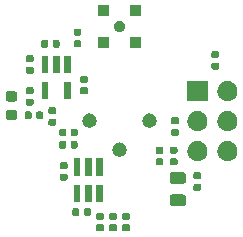
<source format=gbr>
G04 #@! TF.GenerationSoftware,KiCad,Pcbnew,5.99.0-unknown-4135f0c~100~ubuntu18.04.1*
G04 #@! TF.CreationDate,2019-10-31T11:44:58-04:00*
G04 #@! TF.ProjectId,tia,7469612e-6b69-4636-9164-5f7063625858,rev?*
G04 #@! TF.SameCoordinates,Original*
G04 #@! TF.FileFunction,Soldermask,Top*
G04 #@! TF.FilePolarity,Negative*
%FSLAX46Y46*%
G04 Gerber Fmt 4.6, Leading zero omitted, Abs format (unit mm)*
G04 Created by KiCad (PCBNEW 5.99.0-unknown-4135f0c~100~ubuntu18.04.1) date 2019-10-31 11:44:58*
%MOMM*%
%LPD*%
G04 APERTURE LIST*
G04 APERTURE END LIST*
G36*
X200774042Y-108799892D02*
G01*
X200776268Y-108801270D01*
X200777162Y-108801448D01*
X200784830Y-108806571D01*
X200821117Y-108829039D01*
X200823828Y-108832629D01*
X200825952Y-108834048D01*
X200834036Y-108846147D01*
X200852678Y-108870833D01*
X200853845Y-108875793D01*
X200858552Y-108882838D01*
X200870000Y-108940390D01*
X200870000Y-108944481D01*
X200872449Y-108954893D01*
X200872449Y-109218025D01*
X200860108Y-109284042D01*
X200858730Y-109286268D01*
X200858552Y-109287162D01*
X200853429Y-109294830D01*
X200830961Y-109331117D01*
X200827371Y-109333828D01*
X200825952Y-109335952D01*
X200813853Y-109344036D01*
X200789167Y-109362678D01*
X200784207Y-109363845D01*
X200777162Y-109368552D01*
X200719610Y-109380000D01*
X200715519Y-109380000D01*
X200705107Y-109382449D01*
X200391975Y-109382449D01*
X200325958Y-109370108D01*
X200323732Y-109368730D01*
X200322838Y-109368552D01*
X200315170Y-109363429D01*
X200278883Y-109340961D01*
X200276172Y-109337371D01*
X200274048Y-109335952D01*
X200265964Y-109323853D01*
X200247322Y-109299167D01*
X200246155Y-109294207D01*
X200241448Y-109287162D01*
X200230000Y-109229610D01*
X200230000Y-109225519D01*
X200227551Y-109215107D01*
X200227551Y-108951975D01*
X200239892Y-108885958D01*
X200241270Y-108883732D01*
X200241448Y-108882838D01*
X200246571Y-108875170D01*
X200269039Y-108838883D01*
X200272629Y-108836172D01*
X200274048Y-108834048D01*
X200286147Y-108825964D01*
X200310833Y-108807322D01*
X200315793Y-108806155D01*
X200322838Y-108801448D01*
X200380390Y-108790000D01*
X200384481Y-108790000D01*
X200394893Y-108787551D01*
X200708025Y-108787551D01*
X200774042Y-108799892D01*
G37*
G36*
X199674042Y-108799892D02*
G01*
X199676268Y-108801270D01*
X199677162Y-108801448D01*
X199684830Y-108806571D01*
X199721117Y-108829039D01*
X199723828Y-108832629D01*
X199725952Y-108834048D01*
X199734036Y-108846147D01*
X199752678Y-108870833D01*
X199753845Y-108875793D01*
X199758552Y-108882838D01*
X199770000Y-108940390D01*
X199770000Y-108944481D01*
X199772449Y-108954893D01*
X199772449Y-109218025D01*
X199760108Y-109284042D01*
X199758730Y-109286268D01*
X199758552Y-109287162D01*
X199753429Y-109294830D01*
X199730961Y-109331117D01*
X199727371Y-109333828D01*
X199725952Y-109335952D01*
X199713853Y-109344036D01*
X199689167Y-109362678D01*
X199684207Y-109363845D01*
X199677162Y-109368552D01*
X199619610Y-109380000D01*
X199615519Y-109380000D01*
X199605107Y-109382449D01*
X199291975Y-109382449D01*
X199225958Y-109370108D01*
X199223732Y-109368730D01*
X199222838Y-109368552D01*
X199215170Y-109363429D01*
X199178883Y-109340961D01*
X199176172Y-109337371D01*
X199174048Y-109335952D01*
X199165964Y-109323853D01*
X199147322Y-109299167D01*
X199146155Y-109294207D01*
X199141448Y-109287162D01*
X199130000Y-109229610D01*
X199130000Y-109225519D01*
X199127551Y-109215107D01*
X199127551Y-108951975D01*
X199139892Y-108885958D01*
X199141270Y-108883732D01*
X199141448Y-108882838D01*
X199146571Y-108875170D01*
X199169039Y-108838883D01*
X199172629Y-108836172D01*
X199174048Y-108834048D01*
X199186147Y-108825964D01*
X199210833Y-108807322D01*
X199215793Y-108806155D01*
X199222838Y-108801448D01*
X199280390Y-108790000D01*
X199284481Y-108790000D01*
X199294893Y-108787551D01*
X199608025Y-108787551D01*
X199674042Y-108799892D01*
G37*
G36*
X198574042Y-108799892D02*
G01*
X198576268Y-108801270D01*
X198577162Y-108801448D01*
X198584830Y-108806571D01*
X198621117Y-108829039D01*
X198623828Y-108832629D01*
X198625952Y-108834048D01*
X198634036Y-108846147D01*
X198652678Y-108870833D01*
X198653845Y-108875793D01*
X198658552Y-108882838D01*
X198670000Y-108940390D01*
X198670000Y-108944481D01*
X198672449Y-108954893D01*
X198672449Y-109218025D01*
X198660108Y-109284042D01*
X198658730Y-109286268D01*
X198658552Y-109287162D01*
X198653429Y-109294830D01*
X198630961Y-109331117D01*
X198627371Y-109333828D01*
X198625952Y-109335952D01*
X198613853Y-109344036D01*
X198589167Y-109362678D01*
X198584207Y-109363845D01*
X198577162Y-109368552D01*
X198519610Y-109380000D01*
X198515519Y-109380000D01*
X198505107Y-109382449D01*
X198191975Y-109382449D01*
X198125958Y-109370108D01*
X198123732Y-109368730D01*
X198122838Y-109368552D01*
X198115170Y-109363429D01*
X198078883Y-109340961D01*
X198076172Y-109337371D01*
X198074048Y-109335952D01*
X198065964Y-109323853D01*
X198047322Y-109299167D01*
X198046155Y-109294207D01*
X198041448Y-109287162D01*
X198030000Y-109229610D01*
X198030000Y-109225519D01*
X198027551Y-109215107D01*
X198027551Y-108951975D01*
X198039892Y-108885958D01*
X198041270Y-108883732D01*
X198041448Y-108882838D01*
X198046571Y-108875170D01*
X198069039Y-108838883D01*
X198072629Y-108836172D01*
X198074048Y-108834048D01*
X198086147Y-108825964D01*
X198110833Y-108807322D01*
X198115793Y-108806155D01*
X198122838Y-108801448D01*
X198180390Y-108790000D01*
X198184481Y-108790000D01*
X198194893Y-108787551D01*
X198508025Y-108787551D01*
X198574042Y-108799892D01*
G37*
G36*
X200774042Y-107829892D02*
G01*
X200776268Y-107831270D01*
X200777162Y-107831448D01*
X200784830Y-107836571D01*
X200821117Y-107859039D01*
X200823828Y-107862629D01*
X200825952Y-107864048D01*
X200834036Y-107876147D01*
X200852678Y-107900833D01*
X200853845Y-107905793D01*
X200858552Y-107912838D01*
X200870000Y-107970390D01*
X200870000Y-107974481D01*
X200872449Y-107984893D01*
X200872449Y-108248025D01*
X200860108Y-108314042D01*
X200858730Y-108316268D01*
X200858552Y-108317162D01*
X200853429Y-108324830D01*
X200830961Y-108361117D01*
X200827371Y-108363828D01*
X200825952Y-108365952D01*
X200813853Y-108374036D01*
X200789167Y-108392678D01*
X200784207Y-108393845D01*
X200777162Y-108398552D01*
X200719610Y-108410000D01*
X200715519Y-108410000D01*
X200705107Y-108412449D01*
X200391975Y-108412449D01*
X200325958Y-108400108D01*
X200323732Y-108398730D01*
X200322838Y-108398552D01*
X200315170Y-108393429D01*
X200278883Y-108370961D01*
X200276172Y-108367371D01*
X200274048Y-108365952D01*
X200265964Y-108353853D01*
X200247322Y-108329167D01*
X200246155Y-108324207D01*
X200241448Y-108317162D01*
X200230000Y-108259610D01*
X200230000Y-108255519D01*
X200227551Y-108245107D01*
X200227551Y-107981975D01*
X200239892Y-107915958D01*
X200241270Y-107913732D01*
X200241448Y-107912838D01*
X200246571Y-107905170D01*
X200269039Y-107868883D01*
X200272629Y-107866172D01*
X200274048Y-107864048D01*
X200286147Y-107855964D01*
X200310833Y-107837322D01*
X200315793Y-107836155D01*
X200322838Y-107831448D01*
X200380390Y-107820000D01*
X200384481Y-107820000D01*
X200394893Y-107817551D01*
X200708025Y-107817551D01*
X200774042Y-107829892D01*
G37*
G36*
X198574042Y-107829892D02*
G01*
X198576268Y-107831270D01*
X198577162Y-107831448D01*
X198584830Y-107836571D01*
X198621117Y-107859039D01*
X198623828Y-107862629D01*
X198625952Y-107864048D01*
X198634036Y-107876147D01*
X198652678Y-107900833D01*
X198653845Y-107905793D01*
X198658552Y-107912838D01*
X198670000Y-107970390D01*
X198670000Y-107974481D01*
X198672449Y-107984893D01*
X198672449Y-108248025D01*
X198660108Y-108314042D01*
X198658730Y-108316268D01*
X198658552Y-108317162D01*
X198653429Y-108324830D01*
X198630961Y-108361117D01*
X198627371Y-108363828D01*
X198625952Y-108365952D01*
X198613853Y-108374036D01*
X198589167Y-108392678D01*
X198584207Y-108393845D01*
X198577162Y-108398552D01*
X198519610Y-108410000D01*
X198515519Y-108410000D01*
X198505107Y-108412449D01*
X198191975Y-108412449D01*
X198125958Y-108400108D01*
X198123732Y-108398730D01*
X198122838Y-108398552D01*
X198115170Y-108393429D01*
X198078883Y-108370961D01*
X198076172Y-108367371D01*
X198074048Y-108365952D01*
X198065964Y-108353853D01*
X198047322Y-108329167D01*
X198046155Y-108324207D01*
X198041448Y-108317162D01*
X198030000Y-108259610D01*
X198030000Y-108255519D01*
X198027551Y-108245107D01*
X198027551Y-107981975D01*
X198039892Y-107915958D01*
X198041270Y-107913732D01*
X198041448Y-107912838D01*
X198046571Y-107905170D01*
X198069039Y-107868883D01*
X198072629Y-107866172D01*
X198074048Y-107864048D01*
X198086147Y-107855964D01*
X198110833Y-107837322D01*
X198115793Y-107836155D01*
X198122838Y-107831448D01*
X198180390Y-107820000D01*
X198184481Y-107820000D01*
X198194893Y-107817551D01*
X198508025Y-107817551D01*
X198574042Y-107829892D01*
G37*
G36*
X199674042Y-107829892D02*
G01*
X199676268Y-107831270D01*
X199677162Y-107831448D01*
X199684830Y-107836571D01*
X199721117Y-107859039D01*
X199723828Y-107862629D01*
X199725952Y-107864048D01*
X199734036Y-107876147D01*
X199752678Y-107900833D01*
X199753845Y-107905793D01*
X199758552Y-107912838D01*
X199770000Y-107970390D01*
X199770000Y-107974481D01*
X199772449Y-107984893D01*
X199772449Y-108248025D01*
X199760108Y-108314042D01*
X199758730Y-108316268D01*
X199758552Y-108317162D01*
X199753429Y-108324830D01*
X199730961Y-108361117D01*
X199727371Y-108363828D01*
X199725952Y-108365952D01*
X199713853Y-108374036D01*
X199689167Y-108392678D01*
X199684207Y-108393845D01*
X199677162Y-108398552D01*
X199619610Y-108410000D01*
X199615519Y-108410000D01*
X199605107Y-108412449D01*
X199291975Y-108412449D01*
X199225958Y-108400108D01*
X199223732Y-108398730D01*
X199222838Y-108398552D01*
X199215170Y-108393429D01*
X199178883Y-108370961D01*
X199176172Y-108367371D01*
X199174048Y-108365952D01*
X199165964Y-108353853D01*
X199147322Y-108329167D01*
X199146155Y-108324207D01*
X199141448Y-108317162D01*
X199130000Y-108259610D01*
X199130000Y-108255519D01*
X199127551Y-108245107D01*
X199127551Y-107981975D01*
X199139892Y-107915958D01*
X199141270Y-107913732D01*
X199141448Y-107912838D01*
X199146571Y-107905170D01*
X199169039Y-107868883D01*
X199172629Y-107866172D01*
X199174048Y-107864048D01*
X199186147Y-107855964D01*
X199210833Y-107837322D01*
X199215793Y-107836155D01*
X199222838Y-107831448D01*
X199280390Y-107820000D01*
X199284481Y-107820000D01*
X199294893Y-107817551D01*
X199608025Y-107817551D01*
X199674042Y-107829892D01*
G37*
G36*
X197484042Y-107439892D02*
G01*
X197486268Y-107441270D01*
X197487162Y-107441448D01*
X197494830Y-107446571D01*
X197531117Y-107469039D01*
X197533828Y-107472629D01*
X197535952Y-107474048D01*
X197544036Y-107486147D01*
X197562678Y-107510833D01*
X197563845Y-107515793D01*
X197568552Y-107522838D01*
X197580000Y-107580390D01*
X197580000Y-107584481D01*
X197582449Y-107594893D01*
X197582449Y-107908025D01*
X197570108Y-107974042D01*
X197568730Y-107976268D01*
X197568552Y-107977162D01*
X197563429Y-107984830D01*
X197540961Y-108021117D01*
X197537371Y-108023828D01*
X197535952Y-108025952D01*
X197523853Y-108034036D01*
X197499167Y-108052678D01*
X197494207Y-108053845D01*
X197487162Y-108058552D01*
X197429610Y-108070000D01*
X197425519Y-108070000D01*
X197415107Y-108072449D01*
X197151975Y-108072449D01*
X197085958Y-108060108D01*
X197083732Y-108058730D01*
X197082838Y-108058552D01*
X197075170Y-108053429D01*
X197038883Y-108030961D01*
X197036172Y-108027371D01*
X197034048Y-108025952D01*
X197025964Y-108013853D01*
X197007322Y-107989167D01*
X197006155Y-107984207D01*
X197001448Y-107977162D01*
X196990000Y-107919610D01*
X196990000Y-107915519D01*
X196987551Y-107905107D01*
X196987551Y-107591975D01*
X196999892Y-107525958D01*
X197001270Y-107523732D01*
X197001448Y-107522838D01*
X197006571Y-107515170D01*
X197029039Y-107478883D01*
X197032629Y-107476172D01*
X197034048Y-107474048D01*
X197046147Y-107465964D01*
X197070833Y-107447322D01*
X197075793Y-107446155D01*
X197082838Y-107441448D01*
X197140390Y-107430000D01*
X197144481Y-107430000D01*
X197154893Y-107427551D01*
X197418025Y-107427551D01*
X197484042Y-107439892D01*
G37*
G36*
X196514042Y-107439892D02*
G01*
X196516268Y-107441270D01*
X196517162Y-107441448D01*
X196524830Y-107446571D01*
X196561117Y-107469039D01*
X196563828Y-107472629D01*
X196565952Y-107474048D01*
X196574036Y-107486147D01*
X196592678Y-107510833D01*
X196593845Y-107515793D01*
X196598552Y-107522838D01*
X196610000Y-107580390D01*
X196610000Y-107584481D01*
X196612449Y-107594893D01*
X196612449Y-107908025D01*
X196600108Y-107974042D01*
X196598730Y-107976268D01*
X196598552Y-107977162D01*
X196593429Y-107984830D01*
X196570961Y-108021117D01*
X196567371Y-108023828D01*
X196565952Y-108025952D01*
X196553853Y-108034036D01*
X196529167Y-108052678D01*
X196524207Y-108053845D01*
X196517162Y-108058552D01*
X196459610Y-108070000D01*
X196455519Y-108070000D01*
X196445107Y-108072449D01*
X196181975Y-108072449D01*
X196115958Y-108060108D01*
X196113732Y-108058730D01*
X196112838Y-108058552D01*
X196105170Y-108053429D01*
X196068883Y-108030961D01*
X196066172Y-108027371D01*
X196064048Y-108025952D01*
X196055964Y-108013853D01*
X196037322Y-107989167D01*
X196036155Y-107984207D01*
X196031448Y-107977162D01*
X196020000Y-107919610D01*
X196020000Y-107915519D01*
X196017551Y-107905107D01*
X196017551Y-107591975D01*
X196029892Y-107525958D01*
X196031270Y-107523732D01*
X196031448Y-107522838D01*
X196036571Y-107515170D01*
X196059039Y-107478883D01*
X196062629Y-107476172D01*
X196064048Y-107474048D01*
X196076147Y-107465964D01*
X196100833Y-107447322D01*
X196105793Y-107446155D01*
X196112838Y-107441448D01*
X196170390Y-107430000D01*
X196174481Y-107430000D01*
X196184893Y-107427551D01*
X196448025Y-107427551D01*
X196514042Y-107439892D01*
G37*
G36*
X205473119Y-106263390D02*
G01*
X205481447Y-106267897D01*
X205486581Y-106268918D01*
X205500416Y-106278162D01*
X205544663Y-106302107D01*
X205558103Y-106316707D01*
X205567209Y-106322791D01*
X205576487Y-106336677D01*
X205599760Y-106361958D01*
X205611954Y-106389757D01*
X205621082Y-106403419D01*
X205623684Y-106416500D01*
X205633501Y-106438881D01*
X205641728Y-106504882D01*
X205641728Y-106967523D01*
X205626610Y-107058119D01*
X205622103Y-107066447D01*
X205621082Y-107071581D01*
X205611838Y-107085416D01*
X205587893Y-107129663D01*
X205573293Y-107143103D01*
X205567209Y-107152209D01*
X205553323Y-107161487D01*
X205528042Y-107184760D01*
X205500243Y-107196954D01*
X205486581Y-107206082D01*
X205473500Y-107208684D01*
X205451119Y-107218501D01*
X205385118Y-107226728D01*
X204497477Y-107226728D01*
X204406881Y-107211610D01*
X204398553Y-107207103D01*
X204393419Y-107206082D01*
X204379584Y-107196838D01*
X204335337Y-107172893D01*
X204321897Y-107158293D01*
X204312791Y-107152209D01*
X204303513Y-107138323D01*
X204280240Y-107113042D01*
X204268046Y-107085243D01*
X204258918Y-107071581D01*
X204256316Y-107058500D01*
X204246499Y-107036119D01*
X204238272Y-106970118D01*
X204238272Y-106507477D01*
X204253390Y-106416881D01*
X204257897Y-106408553D01*
X204258918Y-106403419D01*
X204268162Y-106389584D01*
X204292107Y-106345337D01*
X204306707Y-106331897D01*
X204312791Y-106322791D01*
X204326677Y-106313513D01*
X204351958Y-106290240D01*
X204379757Y-106278046D01*
X204393419Y-106268918D01*
X204406500Y-106266316D01*
X204428881Y-106256499D01*
X204494882Y-106248272D01*
X205382523Y-106248272D01*
X205473119Y-106263390D01*
G37*
G36*
X196679398Y-105430999D02*
G01*
X196679400Y-105431001D01*
X196681848Y-105443309D01*
X196681848Y-106891891D01*
X196679400Y-106904199D01*
X196679398Y-106904201D01*
X196667090Y-106906649D01*
X196132908Y-106906649D01*
X196120600Y-106904201D01*
X196120598Y-106904199D01*
X196118150Y-106891891D01*
X196118150Y-105443309D01*
X196120598Y-105431001D01*
X196120600Y-105430999D01*
X196132908Y-105428551D01*
X196667090Y-105428551D01*
X196679398Y-105430999D01*
G37*
G36*
X197629399Y-105430999D02*
G01*
X197629401Y-105431001D01*
X197631849Y-105443309D01*
X197631849Y-106891891D01*
X197629401Y-106904199D01*
X197629399Y-106904201D01*
X197617091Y-106906649D01*
X197082909Y-106906649D01*
X197070601Y-106904201D01*
X197070599Y-106904199D01*
X197068151Y-106891891D01*
X197068151Y-105443309D01*
X197070599Y-105431001D01*
X197070601Y-105430999D01*
X197082909Y-105428551D01*
X197617091Y-105428551D01*
X197629399Y-105430999D01*
G37*
G36*
X198579400Y-105430999D02*
G01*
X198579402Y-105431001D01*
X198581850Y-105443309D01*
X198581850Y-106891891D01*
X198579402Y-106904199D01*
X198579400Y-106904201D01*
X198567092Y-106906649D01*
X198032910Y-106906649D01*
X198020602Y-106904201D01*
X198020600Y-106904199D01*
X198018152Y-106891891D01*
X198018152Y-105443309D01*
X198020600Y-105431001D01*
X198020602Y-105430999D01*
X198032910Y-105428551D01*
X198567092Y-105428551D01*
X198579400Y-105430999D01*
G37*
G36*
X206804042Y-105359892D02*
G01*
X206806268Y-105361270D01*
X206807162Y-105361448D01*
X206814830Y-105366571D01*
X206851117Y-105389039D01*
X206853828Y-105392629D01*
X206855952Y-105394048D01*
X206864036Y-105406147D01*
X206882678Y-105430833D01*
X206883845Y-105435793D01*
X206888552Y-105442838D01*
X206900000Y-105500390D01*
X206900000Y-105504481D01*
X206902449Y-105514893D01*
X206902449Y-105778025D01*
X206890108Y-105844042D01*
X206888730Y-105846268D01*
X206888552Y-105847162D01*
X206883429Y-105854830D01*
X206860961Y-105891117D01*
X206857371Y-105893828D01*
X206855952Y-105895952D01*
X206843853Y-105904036D01*
X206819167Y-105922678D01*
X206814207Y-105923845D01*
X206807162Y-105928552D01*
X206749610Y-105940000D01*
X206745519Y-105940000D01*
X206735107Y-105942449D01*
X206421975Y-105942449D01*
X206355958Y-105930108D01*
X206353732Y-105928730D01*
X206352838Y-105928552D01*
X206345170Y-105923429D01*
X206308883Y-105900961D01*
X206306172Y-105897371D01*
X206304048Y-105895952D01*
X206295964Y-105883853D01*
X206277322Y-105859167D01*
X206276155Y-105854207D01*
X206271448Y-105847162D01*
X206260000Y-105789610D01*
X206260000Y-105785519D01*
X206257551Y-105775107D01*
X206257551Y-105511975D01*
X206269892Y-105445958D01*
X206271270Y-105443732D01*
X206271448Y-105442838D01*
X206276571Y-105435170D01*
X206299039Y-105398883D01*
X206302629Y-105396172D01*
X206304048Y-105394048D01*
X206316147Y-105385964D01*
X206340833Y-105367322D01*
X206345793Y-105366155D01*
X206352838Y-105361448D01*
X206410390Y-105350000D01*
X206414481Y-105350000D01*
X206424893Y-105347551D01*
X206738025Y-105347551D01*
X206804042Y-105359892D01*
G37*
G36*
X205473119Y-104388390D02*
G01*
X205481447Y-104392897D01*
X205486581Y-104393918D01*
X205500416Y-104403162D01*
X205544663Y-104427107D01*
X205558103Y-104441707D01*
X205567209Y-104447791D01*
X205576487Y-104461677D01*
X205599760Y-104486958D01*
X205611954Y-104514757D01*
X205621082Y-104528419D01*
X205623684Y-104541500D01*
X205633501Y-104563881D01*
X205641728Y-104629882D01*
X205641728Y-105092523D01*
X205626610Y-105183119D01*
X205622103Y-105191447D01*
X205621082Y-105196581D01*
X205611838Y-105210416D01*
X205587893Y-105254663D01*
X205573293Y-105268103D01*
X205567209Y-105277209D01*
X205553323Y-105286487D01*
X205528042Y-105309760D01*
X205500243Y-105321954D01*
X205486581Y-105331082D01*
X205473500Y-105333684D01*
X205451119Y-105343501D01*
X205385118Y-105351728D01*
X204497477Y-105351728D01*
X204406881Y-105336610D01*
X204398553Y-105332103D01*
X204393419Y-105331082D01*
X204379584Y-105321838D01*
X204335337Y-105297893D01*
X204321897Y-105283293D01*
X204312791Y-105277209D01*
X204303513Y-105263323D01*
X204280240Y-105238042D01*
X204268046Y-105210243D01*
X204258918Y-105196581D01*
X204256316Y-105183500D01*
X204246499Y-105161119D01*
X204238272Y-105095118D01*
X204238272Y-104632477D01*
X204253390Y-104541881D01*
X204257897Y-104533553D01*
X204258918Y-104528419D01*
X204268162Y-104514584D01*
X204292107Y-104470337D01*
X204306707Y-104456897D01*
X204312791Y-104447791D01*
X204326677Y-104438513D01*
X204351958Y-104415240D01*
X204379757Y-104403046D01*
X204393419Y-104393918D01*
X204406500Y-104391316D01*
X204428881Y-104381499D01*
X204494882Y-104373272D01*
X205382523Y-104373272D01*
X205473119Y-104388390D01*
G37*
G36*
X195509042Y-104499892D02*
G01*
X195511268Y-104501270D01*
X195512162Y-104501448D01*
X195519830Y-104506571D01*
X195556117Y-104529039D01*
X195558828Y-104532629D01*
X195560952Y-104534048D01*
X195569036Y-104546147D01*
X195587678Y-104570833D01*
X195588845Y-104575793D01*
X195593552Y-104582838D01*
X195605000Y-104640390D01*
X195605000Y-104644481D01*
X195607449Y-104654893D01*
X195607449Y-104918025D01*
X195595108Y-104984042D01*
X195593730Y-104986268D01*
X195593552Y-104987162D01*
X195588429Y-104994830D01*
X195565961Y-105031117D01*
X195562371Y-105033828D01*
X195560952Y-105035952D01*
X195548853Y-105044036D01*
X195524167Y-105062678D01*
X195519207Y-105063845D01*
X195512162Y-105068552D01*
X195454610Y-105080000D01*
X195450519Y-105080000D01*
X195440107Y-105082449D01*
X195126975Y-105082449D01*
X195060958Y-105070108D01*
X195058732Y-105068730D01*
X195057838Y-105068552D01*
X195050170Y-105063429D01*
X195013883Y-105040961D01*
X195011172Y-105037371D01*
X195009048Y-105035952D01*
X195000964Y-105023853D01*
X194982322Y-104999167D01*
X194981155Y-104994207D01*
X194976448Y-104987162D01*
X194965000Y-104929610D01*
X194965000Y-104925519D01*
X194962551Y-104915107D01*
X194962551Y-104651975D01*
X194974892Y-104585958D01*
X194976270Y-104583732D01*
X194976448Y-104582838D01*
X194981571Y-104575170D01*
X195004039Y-104538883D01*
X195007629Y-104536172D01*
X195009048Y-104534048D01*
X195021147Y-104525964D01*
X195045833Y-104507322D01*
X195050793Y-104506155D01*
X195057838Y-104501448D01*
X195115390Y-104490000D01*
X195119481Y-104490000D01*
X195129893Y-104487551D01*
X195443025Y-104487551D01*
X195509042Y-104499892D01*
G37*
G36*
X206804042Y-104389892D02*
G01*
X206806268Y-104391270D01*
X206807162Y-104391448D01*
X206814830Y-104396571D01*
X206851117Y-104419039D01*
X206853828Y-104422629D01*
X206855952Y-104424048D01*
X206864036Y-104436147D01*
X206882678Y-104460833D01*
X206883845Y-104465793D01*
X206888552Y-104472838D01*
X206900000Y-104530390D01*
X206900000Y-104534481D01*
X206902449Y-104544893D01*
X206902449Y-104808025D01*
X206890108Y-104874042D01*
X206888730Y-104876268D01*
X206888552Y-104877162D01*
X206883429Y-104884830D01*
X206860961Y-104921117D01*
X206857371Y-104923828D01*
X206855952Y-104925952D01*
X206843853Y-104934036D01*
X206819167Y-104952678D01*
X206814207Y-104953845D01*
X206807162Y-104958552D01*
X206749610Y-104970000D01*
X206745519Y-104970000D01*
X206735107Y-104972449D01*
X206421975Y-104972449D01*
X206355958Y-104960108D01*
X206353732Y-104958730D01*
X206352838Y-104958552D01*
X206345170Y-104953429D01*
X206308883Y-104930961D01*
X206306172Y-104927371D01*
X206304048Y-104925952D01*
X206295964Y-104913853D01*
X206277322Y-104889167D01*
X206276155Y-104884207D01*
X206271448Y-104877162D01*
X206260000Y-104819610D01*
X206260000Y-104815519D01*
X206257551Y-104805107D01*
X206257551Y-104541975D01*
X206269892Y-104475958D01*
X206271270Y-104473732D01*
X206271448Y-104472838D01*
X206276571Y-104465170D01*
X206299039Y-104428883D01*
X206302629Y-104426172D01*
X206304048Y-104424048D01*
X206316147Y-104415964D01*
X206340833Y-104397322D01*
X206345793Y-104396155D01*
X206352838Y-104391448D01*
X206410390Y-104380000D01*
X206414481Y-104380000D01*
X206424893Y-104377551D01*
X206738025Y-104377551D01*
X206804042Y-104389892D01*
G37*
G36*
X196679398Y-103195799D02*
G01*
X196679400Y-103195801D01*
X196681848Y-103208109D01*
X196681848Y-104656691D01*
X196679400Y-104668999D01*
X196679398Y-104669001D01*
X196667090Y-104671449D01*
X196132908Y-104671449D01*
X196120600Y-104669001D01*
X196120598Y-104668999D01*
X196118150Y-104656691D01*
X196118150Y-103208109D01*
X196120598Y-103195801D01*
X196120600Y-103195799D01*
X196132908Y-103193351D01*
X196667090Y-103193351D01*
X196679398Y-103195799D01*
G37*
G36*
X197629399Y-103195799D02*
G01*
X197629401Y-103195801D01*
X197631849Y-103208109D01*
X197631849Y-104656691D01*
X197629401Y-104668999D01*
X197629399Y-104669001D01*
X197617091Y-104671449D01*
X197082909Y-104671449D01*
X197070601Y-104669001D01*
X197070599Y-104668999D01*
X197068151Y-104656691D01*
X197068151Y-103208109D01*
X197070599Y-103195801D01*
X197070601Y-103195799D01*
X197082909Y-103193351D01*
X197617091Y-103193351D01*
X197629399Y-103195799D01*
G37*
G36*
X198579400Y-103195799D02*
G01*
X198579402Y-103195801D01*
X198581850Y-103208109D01*
X198581850Y-104656691D01*
X198579402Y-104668999D01*
X198579400Y-104669001D01*
X198567092Y-104671449D01*
X198032910Y-104671449D01*
X198020602Y-104669001D01*
X198020600Y-104668999D01*
X198018152Y-104656691D01*
X198018152Y-103208109D01*
X198020600Y-103195801D01*
X198020602Y-103195799D01*
X198032910Y-103193351D01*
X198567092Y-103193351D01*
X198579400Y-103195799D01*
G37*
G36*
X195509042Y-103529892D02*
G01*
X195511268Y-103531270D01*
X195512162Y-103531448D01*
X195519830Y-103536571D01*
X195556117Y-103559039D01*
X195558828Y-103562629D01*
X195560952Y-103564048D01*
X195569036Y-103576147D01*
X195587678Y-103600833D01*
X195588845Y-103605793D01*
X195593552Y-103612838D01*
X195605000Y-103670390D01*
X195605000Y-103674481D01*
X195607449Y-103684893D01*
X195607449Y-103948025D01*
X195595108Y-104014042D01*
X195593730Y-104016268D01*
X195593552Y-104017162D01*
X195588429Y-104024830D01*
X195565961Y-104061117D01*
X195562371Y-104063828D01*
X195560952Y-104065952D01*
X195548853Y-104074036D01*
X195524167Y-104092678D01*
X195519207Y-104093845D01*
X195512162Y-104098552D01*
X195454610Y-104110000D01*
X195450519Y-104110000D01*
X195440107Y-104112449D01*
X195126975Y-104112449D01*
X195060958Y-104100108D01*
X195058732Y-104098730D01*
X195057838Y-104098552D01*
X195050170Y-104093429D01*
X195013883Y-104070961D01*
X195011172Y-104067371D01*
X195009048Y-104065952D01*
X195000964Y-104053853D01*
X194982322Y-104029167D01*
X194981155Y-104024207D01*
X194976448Y-104017162D01*
X194965000Y-103959610D01*
X194965000Y-103955519D01*
X194962551Y-103945107D01*
X194962551Y-103681975D01*
X194974892Y-103615958D01*
X194976270Y-103613732D01*
X194976448Y-103612838D01*
X194981571Y-103605170D01*
X195004039Y-103568883D01*
X195007629Y-103566172D01*
X195009048Y-103564048D01*
X195021147Y-103555964D01*
X195045833Y-103537322D01*
X195050793Y-103536155D01*
X195057838Y-103531448D01*
X195115390Y-103520000D01*
X195119481Y-103520000D01*
X195129893Y-103517551D01*
X195443025Y-103517551D01*
X195509042Y-103529892D01*
G37*
G36*
X203614042Y-103199892D02*
G01*
X203616268Y-103201270D01*
X203617162Y-103201448D01*
X203624830Y-103206571D01*
X203661117Y-103229039D01*
X203663828Y-103232629D01*
X203665952Y-103234048D01*
X203674036Y-103246147D01*
X203692678Y-103270833D01*
X203693845Y-103275793D01*
X203698552Y-103282838D01*
X203710000Y-103340390D01*
X203710000Y-103344481D01*
X203712449Y-103354893D01*
X203712449Y-103618025D01*
X203700108Y-103684042D01*
X203698730Y-103686268D01*
X203698552Y-103687162D01*
X203693429Y-103694830D01*
X203670961Y-103731117D01*
X203667371Y-103733828D01*
X203665952Y-103735952D01*
X203653853Y-103744036D01*
X203629167Y-103762678D01*
X203624207Y-103763845D01*
X203617162Y-103768552D01*
X203559610Y-103780000D01*
X203555519Y-103780000D01*
X203545107Y-103782449D01*
X203231975Y-103782449D01*
X203165958Y-103770108D01*
X203163732Y-103768730D01*
X203162838Y-103768552D01*
X203155170Y-103763429D01*
X203118883Y-103740961D01*
X203116172Y-103737371D01*
X203114048Y-103735952D01*
X203105964Y-103723853D01*
X203087322Y-103699167D01*
X203086155Y-103694207D01*
X203081448Y-103687162D01*
X203070000Y-103629610D01*
X203070000Y-103625519D01*
X203067551Y-103615107D01*
X203067551Y-103351975D01*
X203079892Y-103285958D01*
X203081270Y-103283732D01*
X203081448Y-103282838D01*
X203086571Y-103275170D01*
X203109039Y-103238883D01*
X203112629Y-103236172D01*
X203114048Y-103234048D01*
X203126147Y-103225964D01*
X203150833Y-103207322D01*
X203155793Y-103206155D01*
X203162838Y-103201448D01*
X203220390Y-103190000D01*
X203224481Y-103190000D01*
X203234893Y-103187551D01*
X203548025Y-103187551D01*
X203614042Y-103199892D01*
G37*
G36*
X204814042Y-103189892D02*
G01*
X204816268Y-103191270D01*
X204817162Y-103191448D01*
X204824830Y-103196571D01*
X204861117Y-103219039D01*
X204863828Y-103222629D01*
X204865952Y-103224048D01*
X204874036Y-103236147D01*
X204892678Y-103260833D01*
X204893845Y-103265793D01*
X204898552Y-103272838D01*
X204910000Y-103330390D01*
X204910000Y-103334481D01*
X204912449Y-103344893D01*
X204912449Y-103608025D01*
X204900108Y-103674042D01*
X204898730Y-103676268D01*
X204898552Y-103677162D01*
X204893429Y-103684830D01*
X204870961Y-103721117D01*
X204867371Y-103723828D01*
X204865952Y-103725952D01*
X204853853Y-103734036D01*
X204829167Y-103752678D01*
X204824207Y-103753845D01*
X204817162Y-103758552D01*
X204759610Y-103770000D01*
X204755519Y-103770000D01*
X204745107Y-103772449D01*
X204431975Y-103772449D01*
X204365958Y-103760108D01*
X204363732Y-103758730D01*
X204362838Y-103758552D01*
X204355170Y-103753429D01*
X204318883Y-103730961D01*
X204316172Y-103727371D01*
X204314048Y-103725952D01*
X204305964Y-103713853D01*
X204287322Y-103689167D01*
X204286155Y-103684207D01*
X204281448Y-103677162D01*
X204270000Y-103619610D01*
X204270000Y-103615519D01*
X204267551Y-103605107D01*
X204267551Y-103341975D01*
X204279892Y-103275958D01*
X204281270Y-103273732D01*
X204281448Y-103272838D01*
X204286571Y-103265170D01*
X204309039Y-103228883D01*
X204312629Y-103226172D01*
X204314048Y-103224048D01*
X204326147Y-103215964D01*
X204350833Y-103197322D01*
X204355793Y-103196155D01*
X204362838Y-103191448D01*
X204420390Y-103180000D01*
X204424481Y-103180000D01*
X204434893Y-103177551D01*
X204748025Y-103177551D01*
X204814042Y-103189892D01*
G37*
G36*
X209142970Y-101728828D02*
G01*
X209184714Y-101726786D01*
X209228955Y-101733635D01*
X209279646Y-101736469D01*
X209319950Y-101747722D01*
X209355368Y-101753205D01*
X209402898Y-101770881D01*
X209457524Y-101786133D01*
X209489207Y-101802979D01*
X209517214Y-101813395D01*
X209565259Y-101843417D01*
X209620588Y-101872836D01*
X209643375Y-101892230D01*
X209663657Y-101904903D01*
X209708979Y-101948063D01*
X209761230Y-101992532D01*
X209775714Y-102011614D01*
X209788709Y-102023989D01*
X209827815Y-102080254D01*
X209872888Y-102139636D01*
X209880428Y-102155953D01*
X209887263Y-102165788D01*
X209916606Y-102234250D01*
X209950353Y-102307286D01*
X209952928Y-102318996D01*
X209955288Y-102324503D01*
X209971456Y-102403267D01*
X209990011Y-102487659D01*
X209989346Y-102678273D01*
X209970192Y-102762580D01*
X209953484Y-102841185D01*
X209951086Y-102846673D01*
X209948430Y-102858365D01*
X209914170Y-102931169D01*
X209884351Y-102999423D01*
X209877447Y-103009210D01*
X209869796Y-103025469D01*
X209824330Y-103084508D01*
X209784814Y-103140526D01*
X209771727Y-103152816D01*
X209757114Y-103171791D01*
X209704566Y-103215884D01*
X209658934Y-103258735D01*
X209638560Y-103271269D01*
X209615639Y-103290502D01*
X209560106Y-103319534D01*
X209511855Y-103349218D01*
X209483778Y-103359437D01*
X209451974Y-103376064D01*
X209397241Y-103390934D01*
X209349585Y-103408280D01*
X209314126Y-103413516D01*
X209273753Y-103424485D01*
X209223048Y-103426965D01*
X209178758Y-103433505D01*
X209137030Y-103431172D01*
X209089292Y-103433507D01*
X209045101Y-103426033D01*
X209006345Y-103423866D01*
X208960188Y-103411671D01*
X208907197Y-103402708D01*
X208871163Y-103388149D01*
X208839392Y-103379755D01*
X208791308Y-103355886D01*
X208735963Y-103333525D01*
X208708813Y-103314935D01*
X208684720Y-103302975D01*
X208637736Y-103266268D01*
X208583580Y-103229186D01*
X208565141Y-103209551D01*
X208548643Y-103196661D01*
X208506146Y-103146727D01*
X208457157Y-103094559D01*
X208446423Y-103076552D01*
X208436723Y-103065155D01*
X208402273Y-103002490D01*
X208362592Y-102935925D01*
X208357863Y-102921708D01*
X208353535Y-102913836D01*
X208330635Y-102839859D01*
X208304298Y-102760685D01*
X208303358Y-102751738D01*
X208302471Y-102748874D01*
X208294331Y-102665859D01*
X208284993Y-102577015D01*
X208294963Y-102488127D01*
X208303671Y-102405283D01*
X208304575Y-102402432D01*
X208305579Y-102393485D01*
X208332485Y-102314451D01*
X208355886Y-102240680D01*
X208360267Y-102232841D01*
X208365096Y-102218656D01*
X208405246Y-102152361D01*
X208440127Y-102089948D01*
X208449904Y-102078621D01*
X208460766Y-102060686D01*
X208510130Y-102008848D01*
X208552965Y-101959224D01*
X208569550Y-101946452D01*
X208588126Y-101926945D01*
X208642529Y-101890250D01*
X208689778Y-101853863D01*
X208713964Y-101842067D01*
X208741234Y-101823673D01*
X208796715Y-101801706D01*
X208844980Y-101778166D01*
X208876816Y-101769992D01*
X208912946Y-101755687D01*
X208965996Y-101747095D01*
X209012238Y-101735222D01*
X209051010Y-101733326D01*
X209095252Y-101726160D01*
X209142970Y-101728828D01*
G37*
G36*
X206602970Y-101728828D02*
G01*
X206644714Y-101726786D01*
X206688955Y-101733635D01*
X206739646Y-101736469D01*
X206779950Y-101747722D01*
X206815368Y-101753205D01*
X206862898Y-101770881D01*
X206917524Y-101786133D01*
X206949207Y-101802979D01*
X206977214Y-101813395D01*
X207025259Y-101843417D01*
X207080588Y-101872836D01*
X207103375Y-101892230D01*
X207123657Y-101904903D01*
X207168979Y-101948063D01*
X207221230Y-101992532D01*
X207235714Y-102011614D01*
X207248709Y-102023989D01*
X207287815Y-102080254D01*
X207332888Y-102139636D01*
X207340428Y-102155953D01*
X207347263Y-102165788D01*
X207376606Y-102234250D01*
X207410353Y-102307286D01*
X207412928Y-102318996D01*
X207415288Y-102324503D01*
X207431456Y-102403267D01*
X207450011Y-102487659D01*
X207449346Y-102678273D01*
X207430192Y-102762580D01*
X207413484Y-102841185D01*
X207411086Y-102846673D01*
X207408430Y-102858365D01*
X207374170Y-102931169D01*
X207344351Y-102999423D01*
X207337447Y-103009210D01*
X207329796Y-103025469D01*
X207284330Y-103084508D01*
X207244814Y-103140526D01*
X207231727Y-103152816D01*
X207217114Y-103171791D01*
X207164566Y-103215884D01*
X207118934Y-103258735D01*
X207098560Y-103271269D01*
X207075639Y-103290502D01*
X207020106Y-103319534D01*
X206971855Y-103349218D01*
X206943778Y-103359437D01*
X206911974Y-103376064D01*
X206857241Y-103390934D01*
X206809585Y-103408280D01*
X206774126Y-103413516D01*
X206733753Y-103424485D01*
X206683048Y-103426965D01*
X206638758Y-103433505D01*
X206597030Y-103431172D01*
X206549292Y-103433507D01*
X206505101Y-103426033D01*
X206466345Y-103423866D01*
X206420188Y-103411671D01*
X206367197Y-103402708D01*
X206331163Y-103388149D01*
X206299392Y-103379755D01*
X206251308Y-103355886D01*
X206195963Y-103333525D01*
X206168813Y-103314935D01*
X206144720Y-103302975D01*
X206097736Y-103266268D01*
X206043580Y-103229186D01*
X206025141Y-103209551D01*
X206008643Y-103196661D01*
X205966146Y-103146727D01*
X205917157Y-103094559D01*
X205906423Y-103076552D01*
X205896723Y-103065155D01*
X205862273Y-103002490D01*
X205822592Y-102935925D01*
X205817863Y-102921708D01*
X205813535Y-102913836D01*
X205790635Y-102839859D01*
X205764298Y-102760685D01*
X205763358Y-102751738D01*
X205762471Y-102748874D01*
X205754331Y-102665859D01*
X205744993Y-102577015D01*
X205754963Y-102488127D01*
X205763671Y-102405283D01*
X205764575Y-102402432D01*
X205765579Y-102393485D01*
X205792485Y-102314451D01*
X205815886Y-102240680D01*
X205820267Y-102232841D01*
X205825096Y-102218656D01*
X205865246Y-102152361D01*
X205900127Y-102089948D01*
X205909904Y-102078621D01*
X205920766Y-102060686D01*
X205970130Y-102008848D01*
X206012965Y-101959224D01*
X206029550Y-101946452D01*
X206048126Y-101926945D01*
X206102529Y-101890250D01*
X206149778Y-101853863D01*
X206173964Y-101842067D01*
X206201234Y-101823673D01*
X206256715Y-101801706D01*
X206304980Y-101778166D01*
X206336816Y-101769992D01*
X206372946Y-101755687D01*
X206425996Y-101747095D01*
X206472238Y-101735222D01*
X206511010Y-101733326D01*
X206555252Y-101726160D01*
X206602970Y-101728828D01*
G37*
G36*
X200053952Y-101860000D02*
G01*
X200078991Y-101860000D01*
X200130968Y-101873927D01*
X200175610Y-101882000D01*
X200198772Y-101892095D01*
X200231591Y-101900889D01*
X200270533Y-101923372D01*
X200303867Y-101937901D01*
X200331273Y-101958441D01*
X200368408Y-101979881D01*
X200393919Y-102005392D01*
X200415828Y-102021812D01*
X200443538Y-102055011D01*
X200480119Y-102091592D01*
X200493690Y-102115098D01*
X200505479Y-102129222D01*
X200528856Y-102176006D01*
X200559111Y-102228409D01*
X200563818Y-102245975D01*
X200568018Y-102254381D01*
X200582138Y-102314346D01*
X200600000Y-102381009D01*
X200600000Y-102538991D01*
X200581052Y-102609707D01*
X200564342Y-102675501D01*
X200562451Y-102679126D01*
X200559111Y-102691591D01*
X200526312Y-102748401D01*
X200499628Y-102799550D01*
X200491058Y-102809461D01*
X200480119Y-102828408D01*
X200439884Y-102868643D01*
X200408118Y-102905380D01*
X200390202Y-102918325D01*
X200368408Y-102940119D01*
X200326760Y-102964164D01*
X200294709Y-102987323D01*
X200266005Y-102999242D01*
X200231591Y-103019111D01*
X200193711Y-103029261D01*
X200165498Y-103040976D01*
X200125954Y-103047416D01*
X200078991Y-103060000D01*
X200048690Y-103060000D01*
X200027402Y-103063467D01*
X199978443Y-103060000D01*
X199921009Y-103060000D01*
X199900377Y-103054472D01*
X199887841Y-103053584D01*
X199832262Y-103036220D01*
X199768409Y-103019111D01*
X199757692Y-103012924D01*
X199754294Y-103011862D01*
X199695173Y-102976828D01*
X199631592Y-102940119D01*
X199580592Y-102889119D01*
X199533201Y-102843434D01*
X199530125Y-102838652D01*
X199519881Y-102828408D01*
X199487847Y-102772925D01*
X199457513Y-102725765D01*
X199452620Y-102711910D01*
X199440889Y-102691591D01*
X199426558Y-102638108D01*
X199410924Y-102593835D01*
X199408387Y-102570293D01*
X199400000Y-102538991D01*
X199400000Y-102492453D01*
X199395935Y-102454727D01*
X199400000Y-102422321D01*
X199400000Y-102381009D01*
X199409744Y-102344646D01*
X199413349Y-102315903D01*
X199427904Y-102276870D01*
X199440889Y-102228409D01*
X199455249Y-102203537D01*
X199462231Y-102184813D01*
X199490396Y-102142660D01*
X199519881Y-102091592D01*
X199533859Y-102077614D01*
X199539964Y-102068477D01*
X199583832Y-102027641D01*
X199631592Y-101979881D01*
X199640929Y-101974490D01*
X199642371Y-101973148D01*
X199705140Y-101937418D01*
X199768409Y-101900889D01*
X199836887Y-101882540D01*
X199898216Y-101864549D01*
X199905476Y-101864162D01*
X199921009Y-101860000D01*
X199983573Y-101860000D01*
X200037932Y-101857103D01*
X200053952Y-101860000D01*
G37*
G36*
X203614042Y-102229892D02*
G01*
X203616268Y-102231270D01*
X203617162Y-102231448D01*
X203624830Y-102236571D01*
X203661117Y-102259039D01*
X203663828Y-102262629D01*
X203665952Y-102264048D01*
X203674036Y-102276147D01*
X203692678Y-102300833D01*
X203693845Y-102305793D01*
X203698552Y-102312838D01*
X203710000Y-102370390D01*
X203710000Y-102374481D01*
X203712449Y-102384893D01*
X203712449Y-102648025D01*
X203700108Y-102714042D01*
X203698730Y-102716268D01*
X203698552Y-102717162D01*
X203693429Y-102724830D01*
X203670961Y-102761117D01*
X203667371Y-102763828D01*
X203665952Y-102765952D01*
X203653853Y-102774036D01*
X203629167Y-102792678D01*
X203624207Y-102793845D01*
X203617162Y-102798552D01*
X203559610Y-102810000D01*
X203555519Y-102810000D01*
X203545107Y-102812449D01*
X203231975Y-102812449D01*
X203165958Y-102800108D01*
X203163732Y-102798730D01*
X203162838Y-102798552D01*
X203155170Y-102793429D01*
X203118883Y-102770961D01*
X203116172Y-102767371D01*
X203114048Y-102765952D01*
X203105964Y-102753853D01*
X203087322Y-102729167D01*
X203086155Y-102724207D01*
X203081448Y-102717162D01*
X203070000Y-102659610D01*
X203070000Y-102655519D01*
X203067551Y-102645107D01*
X203067551Y-102381975D01*
X203079892Y-102315958D01*
X203081270Y-102313732D01*
X203081448Y-102312838D01*
X203086571Y-102305170D01*
X203109039Y-102268883D01*
X203112629Y-102266172D01*
X203114048Y-102264048D01*
X203126147Y-102255964D01*
X203150833Y-102237322D01*
X203155793Y-102236155D01*
X203162838Y-102231448D01*
X203220390Y-102220000D01*
X203224481Y-102220000D01*
X203234893Y-102217551D01*
X203548025Y-102217551D01*
X203614042Y-102229892D01*
G37*
G36*
X204814042Y-102219892D02*
G01*
X204816268Y-102221270D01*
X204817162Y-102221448D01*
X204824830Y-102226571D01*
X204861117Y-102249039D01*
X204863828Y-102252629D01*
X204865952Y-102254048D01*
X204874036Y-102266147D01*
X204892678Y-102290833D01*
X204893845Y-102295793D01*
X204898552Y-102302838D01*
X204910000Y-102360390D01*
X204910000Y-102364481D01*
X204912449Y-102374893D01*
X204912449Y-102638025D01*
X204900108Y-102704042D01*
X204898730Y-102706268D01*
X204898552Y-102707162D01*
X204893429Y-102714830D01*
X204870961Y-102751117D01*
X204867371Y-102753828D01*
X204865952Y-102755952D01*
X204853853Y-102764036D01*
X204829167Y-102782678D01*
X204824207Y-102783845D01*
X204817162Y-102788552D01*
X204759610Y-102800000D01*
X204755519Y-102800000D01*
X204745107Y-102802449D01*
X204431975Y-102802449D01*
X204365958Y-102790108D01*
X204363732Y-102788730D01*
X204362838Y-102788552D01*
X204355170Y-102783429D01*
X204318883Y-102760961D01*
X204316172Y-102757371D01*
X204314048Y-102755952D01*
X204305964Y-102743853D01*
X204287322Y-102719167D01*
X204286155Y-102714207D01*
X204281448Y-102707162D01*
X204270000Y-102649610D01*
X204270000Y-102645519D01*
X204267551Y-102635107D01*
X204267551Y-102371975D01*
X204279892Y-102305958D01*
X204281270Y-102303732D01*
X204281448Y-102302838D01*
X204286571Y-102295170D01*
X204309039Y-102258883D01*
X204312629Y-102256172D01*
X204314048Y-102254048D01*
X204326147Y-102245964D01*
X204350833Y-102227322D01*
X204355793Y-102226155D01*
X204362838Y-102221448D01*
X204420390Y-102210000D01*
X204424481Y-102210000D01*
X204434893Y-102207551D01*
X204748025Y-102207551D01*
X204814042Y-102219892D01*
G37*
G36*
X195379042Y-101739892D02*
G01*
X195381268Y-101741270D01*
X195382162Y-101741448D01*
X195389830Y-101746571D01*
X195426117Y-101769039D01*
X195428828Y-101772629D01*
X195430952Y-101774048D01*
X195439036Y-101786147D01*
X195457678Y-101810833D01*
X195458845Y-101815793D01*
X195463552Y-101822838D01*
X195475000Y-101880390D01*
X195475000Y-101884481D01*
X195477449Y-101894893D01*
X195477449Y-102208025D01*
X195465108Y-102274042D01*
X195463730Y-102276268D01*
X195463552Y-102277162D01*
X195458429Y-102284830D01*
X195435961Y-102321117D01*
X195432371Y-102323828D01*
X195430952Y-102325952D01*
X195418853Y-102334036D01*
X195394167Y-102352678D01*
X195389207Y-102353845D01*
X195382162Y-102358552D01*
X195324610Y-102370000D01*
X195320519Y-102370000D01*
X195310107Y-102372449D01*
X195046975Y-102372449D01*
X194980958Y-102360108D01*
X194978732Y-102358730D01*
X194977838Y-102358552D01*
X194970170Y-102353429D01*
X194933883Y-102330961D01*
X194931172Y-102327371D01*
X194929048Y-102325952D01*
X194920964Y-102313853D01*
X194902322Y-102289167D01*
X194901155Y-102284207D01*
X194896448Y-102277162D01*
X194885000Y-102219610D01*
X194885000Y-102215519D01*
X194882551Y-102205107D01*
X194882551Y-101891975D01*
X194894892Y-101825958D01*
X194896270Y-101823732D01*
X194896448Y-101822838D01*
X194901571Y-101815170D01*
X194924039Y-101778883D01*
X194927629Y-101776172D01*
X194929048Y-101774048D01*
X194941147Y-101765964D01*
X194965833Y-101747322D01*
X194970793Y-101746155D01*
X194977838Y-101741448D01*
X195035390Y-101730000D01*
X195039481Y-101730000D01*
X195049893Y-101727551D01*
X195313025Y-101727551D01*
X195379042Y-101739892D01*
G37*
G36*
X196349042Y-101739892D02*
G01*
X196351268Y-101741270D01*
X196352162Y-101741448D01*
X196359830Y-101746571D01*
X196396117Y-101769039D01*
X196398828Y-101772629D01*
X196400952Y-101774048D01*
X196409036Y-101786147D01*
X196427678Y-101810833D01*
X196428845Y-101815793D01*
X196433552Y-101822838D01*
X196445000Y-101880390D01*
X196445000Y-101884481D01*
X196447449Y-101894893D01*
X196447449Y-102208025D01*
X196435108Y-102274042D01*
X196433730Y-102276268D01*
X196433552Y-102277162D01*
X196428429Y-102284830D01*
X196405961Y-102321117D01*
X196402371Y-102323828D01*
X196400952Y-102325952D01*
X196388853Y-102334036D01*
X196364167Y-102352678D01*
X196359207Y-102353845D01*
X196352162Y-102358552D01*
X196294610Y-102370000D01*
X196290519Y-102370000D01*
X196280107Y-102372449D01*
X196016975Y-102372449D01*
X195950958Y-102360108D01*
X195948732Y-102358730D01*
X195947838Y-102358552D01*
X195940170Y-102353429D01*
X195903883Y-102330961D01*
X195901172Y-102327371D01*
X195899048Y-102325952D01*
X195890964Y-102313853D01*
X195872322Y-102289167D01*
X195871155Y-102284207D01*
X195866448Y-102277162D01*
X195855000Y-102219610D01*
X195855000Y-102215519D01*
X195852551Y-102205107D01*
X195852551Y-101891975D01*
X195864892Y-101825958D01*
X195866270Y-101823732D01*
X195866448Y-101822838D01*
X195871571Y-101815170D01*
X195894039Y-101778883D01*
X195897629Y-101776172D01*
X195899048Y-101774048D01*
X195911147Y-101765964D01*
X195935833Y-101747322D01*
X195940793Y-101746155D01*
X195947838Y-101741448D01*
X196005390Y-101730000D01*
X196009481Y-101730000D01*
X196019893Y-101727551D01*
X196283025Y-101727551D01*
X196349042Y-101739892D01*
G37*
G36*
X196349042Y-100689892D02*
G01*
X196351268Y-100691270D01*
X196352162Y-100691448D01*
X196359830Y-100696571D01*
X196396117Y-100719039D01*
X196398828Y-100722629D01*
X196400952Y-100724048D01*
X196409036Y-100736147D01*
X196427678Y-100760833D01*
X196428845Y-100765793D01*
X196433552Y-100772838D01*
X196445000Y-100830390D01*
X196445000Y-100834481D01*
X196447449Y-100844893D01*
X196447449Y-101158025D01*
X196435108Y-101224042D01*
X196433730Y-101226268D01*
X196433552Y-101227162D01*
X196428429Y-101234830D01*
X196405961Y-101271117D01*
X196402371Y-101273828D01*
X196400952Y-101275952D01*
X196388853Y-101284036D01*
X196364167Y-101302678D01*
X196359207Y-101303845D01*
X196352162Y-101308552D01*
X196294610Y-101320000D01*
X196290519Y-101320000D01*
X196280107Y-101322449D01*
X196016975Y-101322449D01*
X195950958Y-101310108D01*
X195948732Y-101308730D01*
X195947838Y-101308552D01*
X195940170Y-101303429D01*
X195903883Y-101280961D01*
X195901172Y-101277371D01*
X195899048Y-101275952D01*
X195890964Y-101263853D01*
X195872322Y-101239167D01*
X195871155Y-101234207D01*
X195866448Y-101227162D01*
X195855000Y-101169610D01*
X195855000Y-101165519D01*
X195852551Y-101155107D01*
X195852551Y-100841975D01*
X195864892Y-100775958D01*
X195866270Y-100773732D01*
X195866448Y-100772838D01*
X195871571Y-100765170D01*
X195894039Y-100728883D01*
X195897629Y-100726172D01*
X195899048Y-100724048D01*
X195911147Y-100715964D01*
X195935833Y-100697322D01*
X195940793Y-100696155D01*
X195947838Y-100691448D01*
X196005390Y-100680000D01*
X196009481Y-100680000D01*
X196019893Y-100677551D01*
X196283025Y-100677551D01*
X196349042Y-100689892D01*
G37*
G36*
X195379042Y-100689892D02*
G01*
X195381268Y-100691270D01*
X195382162Y-100691448D01*
X195389830Y-100696571D01*
X195426117Y-100719039D01*
X195428828Y-100722629D01*
X195430952Y-100724048D01*
X195439036Y-100736147D01*
X195457678Y-100760833D01*
X195458845Y-100765793D01*
X195463552Y-100772838D01*
X195475000Y-100830390D01*
X195475000Y-100834481D01*
X195477449Y-100844893D01*
X195477449Y-101158025D01*
X195465108Y-101224042D01*
X195463730Y-101226268D01*
X195463552Y-101227162D01*
X195458429Y-101234830D01*
X195435961Y-101271117D01*
X195432371Y-101273828D01*
X195430952Y-101275952D01*
X195418853Y-101284036D01*
X195394167Y-101302678D01*
X195389207Y-101303845D01*
X195382162Y-101308552D01*
X195324610Y-101320000D01*
X195320519Y-101320000D01*
X195310107Y-101322449D01*
X195046975Y-101322449D01*
X194980958Y-101310108D01*
X194978732Y-101308730D01*
X194977838Y-101308552D01*
X194970170Y-101303429D01*
X194933883Y-101280961D01*
X194931172Y-101277371D01*
X194929048Y-101275952D01*
X194920964Y-101263853D01*
X194902322Y-101239167D01*
X194901155Y-101234207D01*
X194896448Y-101227162D01*
X194885000Y-101169610D01*
X194885000Y-101165519D01*
X194882551Y-101155107D01*
X194882551Y-100841975D01*
X194894892Y-100775958D01*
X194896270Y-100773732D01*
X194896448Y-100772838D01*
X194901571Y-100765170D01*
X194924039Y-100728883D01*
X194927629Y-100726172D01*
X194929048Y-100724048D01*
X194941147Y-100715964D01*
X194965833Y-100697322D01*
X194970793Y-100696155D01*
X194977838Y-100691448D01*
X195035390Y-100680000D01*
X195039481Y-100680000D01*
X195049893Y-100677551D01*
X195313025Y-100677551D01*
X195379042Y-100689892D01*
G37*
G36*
X204924042Y-100699892D02*
G01*
X204926268Y-100701270D01*
X204927162Y-100701448D01*
X204934830Y-100706571D01*
X204971117Y-100729039D01*
X204973828Y-100732629D01*
X204975952Y-100734048D01*
X204984036Y-100746147D01*
X205002678Y-100770833D01*
X205003845Y-100775793D01*
X205008552Y-100782838D01*
X205020000Y-100840390D01*
X205020000Y-100844481D01*
X205022449Y-100854893D01*
X205022449Y-101118025D01*
X205010108Y-101184042D01*
X205008730Y-101186268D01*
X205008552Y-101187162D01*
X205003429Y-101194830D01*
X204980961Y-101231117D01*
X204977371Y-101233828D01*
X204975952Y-101235952D01*
X204963853Y-101244036D01*
X204939167Y-101262678D01*
X204934207Y-101263845D01*
X204927162Y-101268552D01*
X204869610Y-101280000D01*
X204865519Y-101280000D01*
X204855107Y-101282449D01*
X204541975Y-101282449D01*
X204475958Y-101270108D01*
X204473732Y-101268730D01*
X204472838Y-101268552D01*
X204465170Y-101263429D01*
X204428883Y-101240961D01*
X204426172Y-101237371D01*
X204424048Y-101235952D01*
X204415964Y-101223853D01*
X204397322Y-101199167D01*
X204396155Y-101194207D01*
X204391448Y-101187162D01*
X204380000Y-101129610D01*
X204380000Y-101125519D01*
X204377551Y-101115107D01*
X204377551Y-100851975D01*
X204389892Y-100785958D01*
X204391270Y-100783732D01*
X204391448Y-100782838D01*
X204396571Y-100775170D01*
X204419039Y-100738883D01*
X204422629Y-100736172D01*
X204424048Y-100734048D01*
X204436147Y-100725964D01*
X204460833Y-100707322D01*
X204465793Y-100706155D01*
X204472838Y-100701448D01*
X204530390Y-100690000D01*
X204534481Y-100690000D01*
X204544893Y-100687551D01*
X204858025Y-100687551D01*
X204924042Y-100699892D01*
G37*
G36*
X209142970Y-99188828D02*
G01*
X209184714Y-99186786D01*
X209228955Y-99193635D01*
X209279646Y-99196469D01*
X209319950Y-99207722D01*
X209355368Y-99213205D01*
X209402898Y-99230881D01*
X209457524Y-99246133D01*
X209489207Y-99262979D01*
X209517214Y-99273395D01*
X209565259Y-99303417D01*
X209620588Y-99332836D01*
X209643375Y-99352230D01*
X209663657Y-99364903D01*
X209708979Y-99408063D01*
X209761230Y-99452532D01*
X209775714Y-99471614D01*
X209788709Y-99483989D01*
X209827815Y-99540254D01*
X209872888Y-99599636D01*
X209880428Y-99615953D01*
X209887263Y-99625788D01*
X209916606Y-99694250D01*
X209950353Y-99767286D01*
X209952928Y-99778996D01*
X209955288Y-99784503D01*
X209971456Y-99863267D01*
X209990011Y-99947659D01*
X209989346Y-100138273D01*
X209970192Y-100222580D01*
X209953484Y-100301185D01*
X209951086Y-100306673D01*
X209948430Y-100318365D01*
X209914170Y-100391169D01*
X209884351Y-100459423D01*
X209877447Y-100469210D01*
X209869796Y-100485469D01*
X209824330Y-100544508D01*
X209784814Y-100600526D01*
X209771727Y-100612816D01*
X209757114Y-100631791D01*
X209704566Y-100675884D01*
X209658934Y-100718735D01*
X209638560Y-100731269D01*
X209615639Y-100750502D01*
X209560106Y-100779534D01*
X209511855Y-100809218D01*
X209483778Y-100819437D01*
X209451974Y-100836064D01*
X209397241Y-100850934D01*
X209349585Y-100868280D01*
X209314126Y-100873516D01*
X209273753Y-100884485D01*
X209223048Y-100886965D01*
X209178758Y-100893505D01*
X209137030Y-100891172D01*
X209089292Y-100893507D01*
X209045101Y-100886033D01*
X209006345Y-100883866D01*
X208960188Y-100871671D01*
X208907197Y-100862708D01*
X208871163Y-100848149D01*
X208839392Y-100839755D01*
X208791308Y-100815886D01*
X208735963Y-100793525D01*
X208708813Y-100774935D01*
X208684720Y-100762975D01*
X208637736Y-100726268D01*
X208583580Y-100689186D01*
X208565141Y-100669551D01*
X208548643Y-100656661D01*
X208506146Y-100606727D01*
X208457157Y-100554559D01*
X208446423Y-100536552D01*
X208436723Y-100525155D01*
X208402273Y-100462490D01*
X208362592Y-100395925D01*
X208357863Y-100381708D01*
X208353535Y-100373836D01*
X208330635Y-100299859D01*
X208304298Y-100220685D01*
X208303358Y-100211738D01*
X208302471Y-100208874D01*
X208294331Y-100125859D01*
X208284993Y-100037015D01*
X208294963Y-99948127D01*
X208303671Y-99865283D01*
X208304575Y-99862432D01*
X208305579Y-99853485D01*
X208332485Y-99774451D01*
X208355886Y-99700680D01*
X208360267Y-99692841D01*
X208365096Y-99678656D01*
X208405246Y-99612361D01*
X208440127Y-99549948D01*
X208449904Y-99538621D01*
X208460766Y-99520686D01*
X208510130Y-99468848D01*
X208552965Y-99419224D01*
X208569550Y-99406452D01*
X208588126Y-99386945D01*
X208642529Y-99350250D01*
X208689778Y-99313863D01*
X208713964Y-99302067D01*
X208741234Y-99283673D01*
X208796715Y-99261706D01*
X208844980Y-99238166D01*
X208876816Y-99229992D01*
X208912946Y-99215687D01*
X208965996Y-99207095D01*
X209012238Y-99195222D01*
X209051010Y-99193326D01*
X209095252Y-99186160D01*
X209142970Y-99188828D01*
G37*
G36*
X206602970Y-99188828D02*
G01*
X206644714Y-99186786D01*
X206688955Y-99193635D01*
X206739646Y-99196469D01*
X206779950Y-99207722D01*
X206815368Y-99213205D01*
X206862898Y-99230881D01*
X206917524Y-99246133D01*
X206949207Y-99262979D01*
X206977214Y-99273395D01*
X207025259Y-99303417D01*
X207080588Y-99332836D01*
X207103375Y-99352230D01*
X207123657Y-99364903D01*
X207168979Y-99408063D01*
X207221230Y-99452532D01*
X207235714Y-99471614D01*
X207248709Y-99483989D01*
X207287815Y-99540254D01*
X207332888Y-99599636D01*
X207340428Y-99615953D01*
X207347263Y-99625788D01*
X207376606Y-99694250D01*
X207410353Y-99767286D01*
X207412928Y-99778996D01*
X207415288Y-99784503D01*
X207431456Y-99863267D01*
X207450011Y-99947659D01*
X207449346Y-100138273D01*
X207430192Y-100222580D01*
X207413484Y-100301185D01*
X207411086Y-100306673D01*
X207408430Y-100318365D01*
X207374170Y-100391169D01*
X207344351Y-100459423D01*
X207337447Y-100469210D01*
X207329796Y-100485469D01*
X207284330Y-100544508D01*
X207244814Y-100600526D01*
X207231727Y-100612816D01*
X207217114Y-100631791D01*
X207164566Y-100675884D01*
X207118934Y-100718735D01*
X207098560Y-100731269D01*
X207075639Y-100750502D01*
X207020106Y-100779534D01*
X206971855Y-100809218D01*
X206943778Y-100819437D01*
X206911974Y-100836064D01*
X206857241Y-100850934D01*
X206809585Y-100868280D01*
X206774126Y-100873516D01*
X206733753Y-100884485D01*
X206683048Y-100886965D01*
X206638758Y-100893505D01*
X206597030Y-100891172D01*
X206549292Y-100893507D01*
X206505101Y-100886033D01*
X206466345Y-100883866D01*
X206420188Y-100871671D01*
X206367197Y-100862708D01*
X206331163Y-100848149D01*
X206299392Y-100839755D01*
X206251308Y-100815886D01*
X206195963Y-100793525D01*
X206168813Y-100774935D01*
X206144720Y-100762975D01*
X206097736Y-100726268D01*
X206043580Y-100689186D01*
X206025141Y-100669551D01*
X206008643Y-100656661D01*
X205966146Y-100606727D01*
X205917157Y-100554559D01*
X205906423Y-100536552D01*
X205896723Y-100525155D01*
X205862273Y-100462490D01*
X205822592Y-100395925D01*
X205817863Y-100381708D01*
X205813535Y-100373836D01*
X205790635Y-100299859D01*
X205764298Y-100220685D01*
X205763358Y-100211738D01*
X205762471Y-100208874D01*
X205754331Y-100125859D01*
X205744993Y-100037015D01*
X205754963Y-99948127D01*
X205763671Y-99865283D01*
X205764575Y-99862432D01*
X205765579Y-99853485D01*
X205792485Y-99774451D01*
X205815886Y-99700680D01*
X205820267Y-99692841D01*
X205825096Y-99678656D01*
X205865246Y-99612361D01*
X205900127Y-99549948D01*
X205909904Y-99538621D01*
X205920766Y-99520686D01*
X205970130Y-99468848D01*
X206012965Y-99419224D01*
X206029550Y-99406452D01*
X206048126Y-99386945D01*
X206102529Y-99350250D01*
X206149778Y-99313863D01*
X206173964Y-99302067D01*
X206201234Y-99283673D01*
X206256715Y-99261706D01*
X206304980Y-99238166D01*
X206336816Y-99229992D01*
X206372946Y-99215687D01*
X206425996Y-99207095D01*
X206472238Y-99195222D01*
X206511010Y-99193326D01*
X206555252Y-99186160D01*
X206602970Y-99188828D01*
G37*
G36*
X202593952Y-99400000D02*
G01*
X202618991Y-99400000D01*
X202670968Y-99413927D01*
X202715610Y-99422000D01*
X202738772Y-99432095D01*
X202771591Y-99440889D01*
X202810533Y-99463372D01*
X202843867Y-99477901D01*
X202871273Y-99498441D01*
X202908408Y-99519881D01*
X202933919Y-99545392D01*
X202955828Y-99561812D01*
X202983538Y-99595011D01*
X203020119Y-99631592D01*
X203033690Y-99655098D01*
X203045479Y-99669222D01*
X203068856Y-99716006D01*
X203099111Y-99768409D01*
X203103818Y-99785975D01*
X203108018Y-99794381D01*
X203122138Y-99854346D01*
X203140000Y-99921009D01*
X203140000Y-100078991D01*
X203121052Y-100149707D01*
X203104342Y-100215501D01*
X203102451Y-100219126D01*
X203099111Y-100231591D01*
X203066312Y-100288401D01*
X203039628Y-100339550D01*
X203031058Y-100349461D01*
X203020119Y-100368408D01*
X202979884Y-100408643D01*
X202948118Y-100445380D01*
X202930202Y-100458325D01*
X202908408Y-100480119D01*
X202866760Y-100504164D01*
X202834709Y-100527323D01*
X202806005Y-100539242D01*
X202771591Y-100559111D01*
X202733711Y-100569261D01*
X202705498Y-100580976D01*
X202665954Y-100587416D01*
X202618991Y-100600000D01*
X202588690Y-100600000D01*
X202567402Y-100603467D01*
X202518443Y-100600000D01*
X202461009Y-100600000D01*
X202440377Y-100594472D01*
X202427841Y-100593584D01*
X202372262Y-100576220D01*
X202308409Y-100559111D01*
X202297692Y-100552924D01*
X202294294Y-100551862D01*
X202235173Y-100516828D01*
X202171592Y-100480119D01*
X202120592Y-100429119D01*
X202073201Y-100383434D01*
X202070125Y-100378652D01*
X202059881Y-100368408D01*
X202027847Y-100312925D01*
X201997513Y-100265765D01*
X201992620Y-100251910D01*
X201980889Y-100231591D01*
X201966558Y-100178108D01*
X201950924Y-100133835D01*
X201948387Y-100110293D01*
X201940000Y-100078991D01*
X201940000Y-100032453D01*
X201935935Y-99994727D01*
X201940000Y-99962321D01*
X201940000Y-99921009D01*
X201949744Y-99884646D01*
X201953349Y-99855903D01*
X201967904Y-99816870D01*
X201980889Y-99768409D01*
X201995249Y-99743537D01*
X202002231Y-99724813D01*
X202030396Y-99682660D01*
X202059881Y-99631592D01*
X202073859Y-99617614D01*
X202079964Y-99608477D01*
X202123832Y-99567641D01*
X202171592Y-99519881D01*
X202180929Y-99514490D01*
X202182371Y-99513148D01*
X202245140Y-99477418D01*
X202308409Y-99440889D01*
X202376887Y-99422540D01*
X202438216Y-99404549D01*
X202445476Y-99404162D01*
X202461009Y-99400000D01*
X202523573Y-99400000D01*
X202577932Y-99397103D01*
X202593952Y-99400000D01*
G37*
G36*
X197513952Y-99400000D02*
G01*
X197538991Y-99400000D01*
X197590968Y-99413927D01*
X197635610Y-99422000D01*
X197658772Y-99432095D01*
X197691591Y-99440889D01*
X197730533Y-99463372D01*
X197763867Y-99477901D01*
X197791273Y-99498441D01*
X197828408Y-99519881D01*
X197853919Y-99545392D01*
X197875828Y-99561812D01*
X197903538Y-99595011D01*
X197940119Y-99631592D01*
X197953690Y-99655098D01*
X197965479Y-99669222D01*
X197988856Y-99716006D01*
X198019111Y-99768409D01*
X198023818Y-99785975D01*
X198028018Y-99794381D01*
X198042138Y-99854346D01*
X198060000Y-99921009D01*
X198060000Y-100078991D01*
X198041052Y-100149707D01*
X198024342Y-100215501D01*
X198022451Y-100219126D01*
X198019111Y-100231591D01*
X197986312Y-100288401D01*
X197959628Y-100339550D01*
X197951058Y-100349461D01*
X197940119Y-100368408D01*
X197899884Y-100408643D01*
X197868118Y-100445380D01*
X197850202Y-100458325D01*
X197828408Y-100480119D01*
X197786760Y-100504164D01*
X197754709Y-100527323D01*
X197726005Y-100539242D01*
X197691591Y-100559111D01*
X197653711Y-100569261D01*
X197625498Y-100580976D01*
X197585954Y-100587416D01*
X197538991Y-100600000D01*
X197508690Y-100600000D01*
X197487402Y-100603467D01*
X197438443Y-100600000D01*
X197381009Y-100600000D01*
X197360377Y-100594472D01*
X197347841Y-100593584D01*
X197292262Y-100576220D01*
X197228409Y-100559111D01*
X197217692Y-100552924D01*
X197214294Y-100551862D01*
X197155173Y-100516828D01*
X197091592Y-100480119D01*
X197040592Y-100429119D01*
X196993201Y-100383434D01*
X196990125Y-100378652D01*
X196979881Y-100368408D01*
X196947847Y-100312925D01*
X196917513Y-100265765D01*
X196912620Y-100251910D01*
X196900889Y-100231591D01*
X196886558Y-100178108D01*
X196870924Y-100133835D01*
X196868387Y-100110293D01*
X196860000Y-100078991D01*
X196860000Y-100032453D01*
X196855935Y-99994727D01*
X196860000Y-99962321D01*
X196860000Y-99921009D01*
X196869744Y-99884646D01*
X196873349Y-99855903D01*
X196887904Y-99816870D01*
X196900889Y-99768409D01*
X196915249Y-99743537D01*
X196922231Y-99724813D01*
X196950396Y-99682660D01*
X196979881Y-99631592D01*
X196993859Y-99617614D01*
X196999964Y-99608477D01*
X197043832Y-99567641D01*
X197091592Y-99519881D01*
X197100929Y-99514490D01*
X197102371Y-99513148D01*
X197165140Y-99477418D01*
X197228409Y-99440889D01*
X197296887Y-99422540D01*
X197358216Y-99404549D01*
X197365476Y-99404162D01*
X197381009Y-99400000D01*
X197443573Y-99400000D01*
X197497932Y-99397103D01*
X197513952Y-99400000D01*
G37*
G36*
X194524042Y-99849892D02*
G01*
X194526268Y-99851270D01*
X194527162Y-99851448D01*
X194534830Y-99856571D01*
X194571117Y-99879039D01*
X194573828Y-99882629D01*
X194575952Y-99884048D01*
X194584036Y-99896147D01*
X194602678Y-99920833D01*
X194603845Y-99925793D01*
X194608552Y-99932838D01*
X194620000Y-99990390D01*
X194620000Y-99994481D01*
X194622449Y-100004893D01*
X194622449Y-100268025D01*
X194610108Y-100334042D01*
X194608730Y-100336268D01*
X194608552Y-100337162D01*
X194603429Y-100344830D01*
X194580961Y-100381117D01*
X194577371Y-100383828D01*
X194575952Y-100385952D01*
X194563853Y-100394036D01*
X194539167Y-100412678D01*
X194534207Y-100413845D01*
X194527162Y-100418552D01*
X194469610Y-100430000D01*
X194465519Y-100430000D01*
X194455107Y-100432449D01*
X194141975Y-100432449D01*
X194075958Y-100420108D01*
X194073732Y-100418730D01*
X194072838Y-100418552D01*
X194065170Y-100413429D01*
X194028883Y-100390961D01*
X194026172Y-100387371D01*
X194024048Y-100385952D01*
X194015964Y-100373853D01*
X193997322Y-100349167D01*
X193996155Y-100344207D01*
X193991448Y-100337162D01*
X193980000Y-100279610D01*
X193980000Y-100275519D01*
X193977551Y-100265107D01*
X193977551Y-100001975D01*
X193989892Y-99935958D01*
X193991270Y-99933732D01*
X193991448Y-99932838D01*
X193996571Y-99925170D01*
X194019039Y-99888883D01*
X194022629Y-99886172D01*
X194024048Y-99884048D01*
X194036147Y-99875964D01*
X194060833Y-99857322D01*
X194065793Y-99856155D01*
X194072838Y-99851448D01*
X194130390Y-99840000D01*
X194134481Y-99840000D01*
X194144893Y-99837551D01*
X194458025Y-99837551D01*
X194524042Y-99849892D01*
G37*
G36*
X204924042Y-99729892D02*
G01*
X204926268Y-99731270D01*
X204927162Y-99731448D01*
X204934830Y-99736571D01*
X204971117Y-99759039D01*
X204973828Y-99762629D01*
X204975952Y-99764048D01*
X204984036Y-99776147D01*
X205002678Y-99800833D01*
X205003845Y-99805793D01*
X205008552Y-99812838D01*
X205020000Y-99870390D01*
X205020000Y-99874481D01*
X205022449Y-99884893D01*
X205022449Y-100148025D01*
X205010108Y-100214042D01*
X205008730Y-100216268D01*
X205008552Y-100217162D01*
X205003429Y-100224830D01*
X204980961Y-100261117D01*
X204977371Y-100263828D01*
X204975952Y-100265952D01*
X204963853Y-100274036D01*
X204939167Y-100292678D01*
X204934207Y-100293845D01*
X204927162Y-100298552D01*
X204869610Y-100310000D01*
X204865519Y-100310000D01*
X204855107Y-100312449D01*
X204541975Y-100312449D01*
X204475958Y-100300108D01*
X204473732Y-100298730D01*
X204472838Y-100298552D01*
X204465170Y-100293429D01*
X204428883Y-100270961D01*
X204426172Y-100267371D01*
X204424048Y-100265952D01*
X204415964Y-100253853D01*
X204397322Y-100229167D01*
X204396155Y-100224207D01*
X204391448Y-100217162D01*
X204380000Y-100159610D01*
X204380000Y-100155519D01*
X204377551Y-100145107D01*
X204377551Y-99881975D01*
X204389892Y-99815958D01*
X204391270Y-99813732D01*
X204391448Y-99812838D01*
X204396571Y-99805170D01*
X204419039Y-99768883D01*
X204422629Y-99766172D01*
X204424048Y-99764048D01*
X204436147Y-99755964D01*
X204460833Y-99737322D01*
X204465793Y-99736155D01*
X204472838Y-99731448D01*
X204530390Y-99720000D01*
X204534481Y-99720000D01*
X204544893Y-99717551D01*
X204858025Y-99717551D01*
X204924042Y-99729892D01*
G37*
G36*
X191175064Y-99111847D02*
G01*
X191182935Y-99116107D01*
X191187316Y-99116978D01*
X191199119Y-99124865D01*
X191239428Y-99146678D01*
X191251673Y-99159980D01*
X191259674Y-99165326D01*
X191267827Y-99177528D01*
X191288999Y-99200527D01*
X191300091Y-99225814D01*
X191308022Y-99237684D01*
X191310283Y-99249050D01*
X191319460Y-99269972D01*
X191326928Y-99329886D01*
X191326928Y-99742517D01*
X191313153Y-99825064D01*
X191308893Y-99832935D01*
X191308022Y-99837316D01*
X191300135Y-99849119D01*
X191278322Y-99889428D01*
X191265020Y-99901673D01*
X191259674Y-99909674D01*
X191247472Y-99917827D01*
X191224473Y-99938999D01*
X191199186Y-99950091D01*
X191187316Y-99958022D01*
X191175950Y-99960283D01*
X191155028Y-99969460D01*
X191095114Y-99976928D01*
X190607483Y-99976928D01*
X190524936Y-99963153D01*
X190517065Y-99958893D01*
X190512684Y-99958022D01*
X190500881Y-99950135D01*
X190460572Y-99928322D01*
X190448327Y-99915020D01*
X190440326Y-99909674D01*
X190432173Y-99897472D01*
X190411001Y-99874473D01*
X190399909Y-99849186D01*
X190391978Y-99837316D01*
X190389717Y-99825950D01*
X190380540Y-99805028D01*
X190373072Y-99745114D01*
X190373072Y-99332483D01*
X190386847Y-99249936D01*
X190391107Y-99242065D01*
X190391978Y-99237684D01*
X190399865Y-99225881D01*
X190421678Y-99185572D01*
X190434980Y-99173327D01*
X190440326Y-99165326D01*
X190452528Y-99157173D01*
X190475527Y-99136001D01*
X190500814Y-99124909D01*
X190512684Y-99116978D01*
X190524050Y-99114717D01*
X190544972Y-99105540D01*
X190604886Y-99098072D01*
X191092517Y-99098072D01*
X191175064Y-99111847D01*
G37*
G36*
X193434042Y-99239892D02*
G01*
X193436268Y-99241270D01*
X193437162Y-99241448D01*
X193444830Y-99246571D01*
X193481117Y-99269039D01*
X193483828Y-99272629D01*
X193485952Y-99274048D01*
X193494036Y-99286147D01*
X193512678Y-99310833D01*
X193513845Y-99315793D01*
X193518552Y-99322838D01*
X193530000Y-99380390D01*
X193530000Y-99384481D01*
X193532449Y-99394893D01*
X193532449Y-99708025D01*
X193520108Y-99774042D01*
X193518730Y-99776268D01*
X193518552Y-99777162D01*
X193513429Y-99784830D01*
X193490961Y-99821117D01*
X193487371Y-99823828D01*
X193485952Y-99825952D01*
X193473853Y-99834036D01*
X193449167Y-99852678D01*
X193444207Y-99853845D01*
X193437162Y-99858552D01*
X193379610Y-99870000D01*
X193375519Y-99870000D01*
X193365107Y-99872449D01*
X193101975Y-99872449D01*
X193035958Y-99860108D01*
X193033732Y-99858730D01*
X193032838Y-99858552D01*
X193025170Y-99853429D01*
X192988883Y-99830961D01*
X192986172Y-99827371D01*
X192984048Y-99825952D01*
X192975964Y-99813853D01*
X192957322Y-99789167D01*
X192956155Y-99784207D01*
X192951448Y-99777162D01*
X192940000Y-99719610D01*
X192940000Y-99715519D01*
X192937551Y-99705107D01*
X192937551Y-99391975D01*
X192949892Y-99325958D01*
X192951270Y-99323732D01*
X192951448Y-99322838D01*
X192956571Y-99315170D01*
X192979039Y-99278883D01*
X192982629Y-99276172D01*
X192984048Y-99274048D01*
X192996147Y-99265964D01*
X193020833Y-99247322D01*
X193025793Y-99246155D01*
X193032838Y-99241448D01*
X193090390Y-99230000D01*
X193094481Y-99230000D01*
X193104893Y-99227551D01*
X193368025Y-99227551D01*
X193434042Y-99239892D01*
G37*
G36*
X192464042Y-99239892D02*
G01*
X192466268Y-99241270D01*
X192467162Y-99241448D01*
X192474830Y-99246571D01*
X192511117Y-99269039D01*
X192513828Y-99272629D01*
X192515952Y-99274048D01*
X192524036Y-99286147D01*
X192542678Y-99310833D01*
X192543845Y-99315793D01*
X192548552Y-99322838D01*
X192560000Y-99380390D01*
X192560000Y-99384481D01*
X192562449Y-99394893D01*
X192562449Y-99708025D01*
X192550108Y-99774042D01*
X192548730Y-99776268D01*
X192548552Y-99777162D01*
X192543429Y-99784830D01*
X192520961Y-99821117D01*
X192517371Y-99823828D01*
X192515952Y-99825952D01*
X192503853Y-99834036D01*
X192479167Y-99852678D01*
X192474207Y-99853845D01*
X192467162Y-99858552D01*
X192409610Y-99870000D01*
X192405519Y-99870000D01*
X192395107Y-99872449D01*
X192131975Y-99872449D01*
X192065958Y-99860108D01*
X192063732Y-99858730D01*
X192062838Y-99858552D01*
X192055170Y-99853429D01*
X192018883Y-99830961D01*
X192016172Y-99827371D01*
X192014048Y-99825952D01*
X192005964Y-99813853D01*
X191987322Y-99789167D01*
X191986155Y-99784207D01*
X191981448Y-99777162D01*
X191970000Y-99719610D01*
X191970000Y-99715519D01*
X191967551Y-99705107D01*
X191967551Y-99391975D01*
X191979892Y-99325958D01*
X191981270Y-99323732D01*
X191981448Y-99322838D01*
X191986571Y-99315170D01*
X192009039Y-99278883D01*
X192012629Y-99276172D01*
X192014048Y-99274048D01*
X192026147Y-99265964D01*
X192050833Y-99247322D01*
X192055793Y-99246155D01*
X192062838Y-99241448D01*
X192120390Y-99230000D01*
X192124481Y-99230000D01*
X192134893Y-99227551D01*
X192398025Y-99227551D01*
X192464042Y-99239892D01*
G37*
G36*
X194524042Y-98879892D02*
G01*
X194526268Y-98881270D01*
X194527162Y-98881448D01*
X194534830Y-98886571D01*
X194571117Y-98909039D01*
X194573828Y-98912629D01*
X194575952Y-98914048D01*
X194584036Y-98926147D01*
X194602678Y-98950833D01*
X194603845Y-98955793D01*
X194608552Y-98962838D01*
X194620000Y-99020390D01*
X194620000Y-99024481D01*
X194622449Y-99034893D01*
X194622449Y-99298025D01*
X194610108Y-99364042D01*
X194608730Y-99366268D01*
X194608552Y-99367162D01*
X194603429Y-99374830D01*
X194580961Y-99411117D01*
X194577371Y-99413828D01*
X194575952Y-99415952D01*
X194563853Y-99424036D01*
X194539167Y-99442678D01*
X194534207Y-99443845D01*
X194527162Y-99448552D01*
X194469610Y-99460000D01*
X194465519Y-99460000D01*
X194455107Y-99462449D01*
X194141975Y-99462449D01*
X194075958Y-99450108D01*
X194073732Y-99448730D01*
X194072838Y-99448552D01*
X194065170Y-99443429D01*
X194028883Y-99420961D01*
X194026172Y-99417371D01*
X194024048Y-99415952D01*
X194015964Y-99403853D01*
X193997322Y-99379167D01*
X193996155Y-99374207D01*
X193991448Y-99367162D01*
X193980000Y-99309610D01*
X193980000Y-99305519D01*
X193977551Y-99295107D01*
X193977551Y-99031975D01*
X193989892Y-98965958D01*
X193991270Y-98963732D01*
X193991448Y-98962838D01*
X193996571Y-98955170D01*
X194019039Y-98918883D01*
X194022629Y-98916172D01*
X194024048Y-98914048D01*
X194036147Y-98905964D01*
X194060833Y-98887322D01*
X194065793Y-98886155D01*
X194072838Y-98881448D01*
X194130390Y-98870000D01*
X194134481Y-98870000D01*
X194144893Y-98867551D01*
X194458025Y-98867551D01*
X194524042Y-98879892D01*
G37*
G36*
X192624042Y-98149892D02*
G01*
X192626268Y-98151270D01*
X192627162Y-98151448D01*
X192634830Y-98156571D01*
X192671117Y-98179039D01*
X192673828Y-98182629D01*
X192675952Y-98184048D01*
X192684036Y-98196147D01*
X192702678Y-98220833D01*
X192703845Y-98225793D01*
X192708552Y-98232838D01*
X192720000Y-98290390D01*
X192720000Y-98294481D01*
X192722449Y-98304893D01*
X192722449Y-98568025D01*
X192710108Y-98634042D01*
X192708730Y-98636268D01*
X192708552Y-98637162D01*
X192703429Y-98644830D01*
X192680961Y-98681117D01*
X192677371Y-98683828D01*
X192675952Y-98685952D01*
X192663853Y-98694036D01*
X192639167Y-98712678D01*
X192634207Y-98713845D01*
X192627162Y-98718552D01*
X192569610Y-98730000D01*
X192565519Y-98730000D01*
X192555107Y-98732449D01*
X192241975Y-98732449D01*
X192175958Y-98720108D01*
X192173732Y-98718730D01*
X192172838Y-98718552D01*
X192165170Y-98713429D01*
X192128883Y-98690961D01*
X192126172Y-98687371D01*
X192124048Y-98685952D01*
X192115964Y-98673853D01*
X192097322Y-98649167D01*
X192096155Y-98644207D01*
X192091448Y-98637162D01*
X192080000Y-98579610D01*
X192080000Y-98575519D01*
X192077551Y-98565107D01*
X192077551Y-98301975D01*
X192089892Y-98235958D01*
X192091270Y-98233732D01*
X192091448Y-98232838D01*
X192096571Y-98225170D01*
X192119039Y-98188883D01*
X192122629Y-98186172D01*
X192124048Y-98184048D01*
X192136147Y-98175964D01*
X192160833Y-98157322D01*
X192165793Y-98156155D01*
X192172838Y-98151448D01*
X192230390Y-98140000D01*
X192234481Y-98140000D01*
X192244893Y-98137551D01*
X192558025Y-98137551D01*
X192624042Y-98149892D01*
G37*
G36*
X191175064Y-97536847D02*
G01*
X191182935Y-97541107D01*
X191187316Y-97541978D01*
X191199119Y-97549865D01*
X191239428Y-97571678D01*
X191251673Y-97584980D01*
X191259674Y-97590326D01*
X191267827Y-97602528D01*
X191288999Y-97625527D01*
X191300091Y-97650814D01*
X191308022Y-97662684D01*
X191310283Y-97674050D01*
X191319460Y-97694972D01*
X191326928Y-97754886D01*
X191326928Y-98167517D01*
X191313153Y-98250064D01*
X191308893Y-98257935D01*
X191308022Y-98262316D01*
X191300135Y-98274119D01*
X191278322Y-98314428D01*
X191265020Y-98326673D01*
X191259674Y-98334674D01*
X191247472Y-98342827D01*
X191224473Y-98363999D01*
X191199186Y-98375091D01*
X191187316Y-98383022D01*
X191175950Y-98385283D01*
X191155028Y-98394460D01*
X191095114Y-98401928D01*
X190607483Y-98401928D01*
X190524936Y-98388153D01*
X190517065Y-98383893D01*
X190512684Y-98383022D01*
X190500881Y-98375135D01*
X190460572Y-98353322D01*
X190448327Y-98340020D01*
X190440326Y-98334674D01*
X190432173Y-98322472D01*
X190411001Y-98299473D01*
X190399909Y-98274186D01*
X190391978Y-98262316D01*
X190389717Y-98250950D01*
X190380540Y-98230028D01*
X190373072Y-98170114D01*
X190373072Y-97757483D01*
X190386847Y-97674936D01*
X190391107Y-97667065D01*
X190391978Y-97662684D01*
X190399865Y-97650881D01*
X190421678Y-97610572D01*
X190434980Y-97598327D01*
X190440326Y-97590326D01*
X190452528Y-97582173D01*
X190475527Y-97561001D01*
X190500814Y-97549909D01*
X190512684Y-97541978D01*
X190524050Y-97539717D01*
X190544972Y-97530540D01*
X190604886Y-97523072D01*
X191092517Y-97523072D01*
X191175064Y-97536847D01*
G37*
G36*
X209142970Y-96648828D02*
G01*
X209184714Y-96646786D01*
X209228955Y-96653635D01*
X209279646Y-96656469D01*
X209319950Y-96667722D01*
X209355368Y-96673205D01*
X209402898Y-96690881D01*
X209457524Y-96706133D01*
X209489207Y-96722979D01*
X209517214Y-96733395D01*
X209565259Y-96763417D01*
X209620588Y-96792836D01*
X209643375Y-96812230D01*
X209663657Y-96824903D01*
X209708979Y-96868063D01*
X209761230Y-96912532D01*
X209775714Y-96931614D01*
X209788709Y-96943989D01*
X209827815Y-97000254D01*
X209872888Y-97059636D01*
X209880428Y-97075953D01*
X209887263Y-97085788D01*
X209916606Y-97154250D01*
X209950353Y-97227286D01*
X209952928Y-97238996D01*
X209955288Y-97244503D01*
X209971456Y-97323267D01*
X209990011Y-97407659D01*
X209989346Y-97598273D01*
X209970192Y-97682580D01*
X209953484Y-97761185D01*
X209951086Y-97766673D01*
X209948430Y-97778365D01*
X209914170Y-97851169D01*
X209884351Y-97919423D01*
X209877447Y-97929210D01*
X209869796Y-97945469D01*
X209824330Y-98004508D01*
X209784814Y-98060526D01*
X209771727Y-98072816D01*
X209757114Y-98091791D01*
X209704566Y-98135884D01*
X209658934Y-98178735D01*
X209638560Y-98191269D01*
X209615639Y-98210502D01*
X209560106Y-98239534D01*
X209511855Y-98269218D01*
X209483778Y-98279437D01*
X209451974Y-98296064D01*
X209397241Y-98310934D01*
X209349585Y-98328280D01*
X209314126Y-98333516D01*
X209273753Y-98344485D01*
X209223048Y-98346965D01*
X209178758Y-98353505D01*
X209137030Y-98351172D01*
X209089292Y-98353507D01*
X209045101Y-98346033D01*
X209006345Y-98343866D01*
X208960188Y-98331671D01*
X208907197Y-98322708D01*
X208871163Y-98308149D01*
X208839392Y-98299755D01*
X208791308Y-98275886D01*
X208735963Y-98253525D01*
X208708813Y-98234935D01*
X208684720Y-98222975D01*
X208637736Y-98186268D01*
X208583580Y-98149186D01*
X208565141Y-98129551D01*
X208548643Y-98116661D01*
X208506146Y-98066727D01*
X208457157Y-98014559D01*
X208446423Y-97996552D01*
X208436723Y-97985155D01*
X208402273Y-97922490D01*
X208362592Y-97855925D01*
X208357863Y-97841708D01*
X208353535Y-97833836D01*
X208330635Y-97759859D01*
X208304298Y-97680685D01*
X208303358Y-97671738D01*
X208302471Y-97668874D01*
X208294331Y-97585859D01*
X208284993Y-97497015D01*
X208294963Y-97408127D01*
X208303671Y-97325283D01*
X208304575Y-97322432D01*
X208305579Y-97313485D01*
X208332485Y-97234451D01*
X208355886Y-97160680D01*
X208360267Y-97152841D01*
X208365096Y-97138656D01*
X208405246Y-97072361D01*
X208440127Y-97009948D01*
X208449904Y-96998621D01*
X208460766Y-96980686D01*
X208510130Y-96928848D01*
X208552965Y-96879224D01*
X208569550Y-96866452D01*
X208588126Y-96846945D01*
X208642529Y-96810250D01*
X208689778Y-96773863D01*
X208713964Y-96762067D01*
X208741234Y-96743673D01*
X208796715Y-96721706D01*
X208844980Y-96698166D01*
X208876816Y-96689992D01*
X208912946Y-96675687D01*
X208965996Y-96667095D01*
X209012238Y-96655222D01*
X209051010Y-96653326D01*
X209095252Y-96646160D01*
X209142970Y-96648828D01*
G37*
G36*
X207449999Y-96649999D02*
G01*
X207450001Y-96650001D01*
X207452449Y-96662309D01*
X207452449Y-98337691D01*
X207450001Y-98349999D01*
X207449999Y-98350001D01*
X207437691Y-98352449D01*
X205762309Y-98352449D01*
X205750001Y-98350001D01*
X205749999Y-98349999D01*
X205747551Y-98337691D01*
X205747551Y-96662309D01*
X205749999Y-96650001D01*
X205750001Y-96649999D01*
X205762309Y-96647551D01*
X207437691Y-96647551D01*
X207449999Y-96649999D01*
G37*
G36*
X195879400Y-96740999D02*
G01*
X195879402Y-96741001D01*
X195881850Y-96753309D01*
X195881850Y-98201891D01*
X195879402Y-98214199D01*
X195879400Y-98214201D01*
X195867092Y-98216649D01*
X195332910Y-98216649D01*
X195320602Y-98214201D01*
X195320600Y-98214199D01*
X195318152Y-98201891D01*
X195318152Y-96753309D01*
X195320600Y-96741001D01*
X195320602Y-96740999D01*
X195332910Y-96738551D01*
X195867092Y-96738551D01*
X195879400Y-96740999D01*
G37*
G36*
X193979398Y-96740999D02*
G01*
X193979400Y-96741001D01*
X193981848Y-96753309D01*
X193981848Y-98201891D01*
X193979400Y-98214199D01*
X193979398Y-98214201D01*
X193967090Y-98216649D01*
X193432908Y-98216649D01*
X193420600Y-98214201D01*
X193420598Y-98214199D01*
X193418150Y-98201891D01*
X193418150Y-96753309D01*
X193420598Y-96741001D01*
X193420600Y-96740999D01*
X193432908Y-96738551D01*
X193967090Y-96738551D01*
X193979398Y-96740999D01*
G37*
G36*
X197224042Y-97199892D02*
G01*
X197226268Y-97201270D01*
X197227162Y-97201448D01*
X197234830Y-97206571D01*
X197271117Y-97229039D01*
X197273828Y-97232629D01*
X197275952Y-97234048D01*
X197284036Y-97246147D01*
X197302678Y-97270833D01*
X197303845Y-97275793D01*
X197308552Y-97282838D01*
X197320000Y-97340390D01*
X197320000Y-97344481D01*
X197322449Y-97354893D01*
X197322449Y-97618025D01*
X197310108Y-97684042D01*
X197308730Y-97686268D01*
X197308552Y-97687162D01*
X197303429Y-97694830D01*
X197280961Y-97731117D01*
X197277371Y-97733828D01*
X197275952Y-97735952D01*
X197263853Y-97744036D01*
X197239167Y-97762678D01*
X197234207Y-97763845D01*
X197227162Y-97768552D01*
X197169610Y-97780000D01*
X197165519Y-97780000D01*
X197155107Y-97782449D01*
X196841975Y-97782449D01*
X196775958Y-97770108D01*
X196773732Y-97768730D01*
X196772838Y-97768552D01*
X196765170Y-97763429D01*
X196728883Y-97740961D01*
X196726172Y-97737371D01*
X196724048Y-97735952D01*
X196715964Y-97723853D01*
X196697322Y-97699167D01*
X196696155Y-97694207D01*
X196691448Y-97687162D01*
X196680000Y-97629610D01*
X196680000Y-97625519D01*
X196677551Y-97615107D01*
X196677551Y-97351975D01*
X196689892Y-97285958D01*
X196691270Y-97283732D01*
X196691448Y-97282838D01*
X196696571Y-97275170D01*
X196719039Y-97238883D01*
X196722629Y-97236172D01*
X196724048Y-97234048D01*
X196736147Y-97225964D01*
X196760833Y-97207322D01*
X196765793Y-97206155D01*
X196772838Y-97201448D01*
X196830390Y-97190000D01*
X196834481Y-97190000D01*
X196844893Y-97187551D01*
X197158025Y-97187551D01*
X197224042Y-97199892D01*
G37*
G36*
X192624042Y-97179892D02*
G01*
X192626268Y-97181270D01*
X192627162Y-97181448D01*
X192634830Y-97186571D01*
X192671117Y-97209039D01*
X192673828Y-97212629D01*
X192675952Y-97214048D01*
X192684036Y-97226147D01*
X192702678Y-97250833D01*
X192703845Y-97255793D01*
X192708552Y-97262838D01*
X192720000Y-97320390D01*
X192720000Y-97324481D01*
X192722449Y-97334893D01*
X192722449Y-97598025D01*
X192710108Y-97664042D01*
X192708730Y-97666268D01*
X192708552Y-97667162D01*
X192703429Y-97674830D01*
X192680961Y-97711117D01*
X192677371Y-97713828D01*
X192675952Y-97715952D01*
X192663853Y-97724036D01*
X192639167Y-97742678D01*
X192634207Y-97743845D01*
X192627162Y-97748552D01*
X192569610Y-97760000D01*
X192565519Y-97760000D01*
X192555107Y-97762449D01*
X192241975Y-97762449D01*
X192175958Y-97750108D01*
X192173732Y-97748730D01*
X192172838Y-97748552D01*
X192165170Y-97743429D01*
X192128883Y-97720961D01*
X192126172Y-97717371D01*
X192124048Y-97715952D01*
X192115964Y-97703853D01*
X192097322Y-97679167D01*
X192096155Y-97674207D01*
X192091448Y-97667162D01*
X192080000Y-97609610D01*
X192080000Y-97605519D01*
X192077551Y-97595107D01*
X192077551Y-97331975D01*
X192089892Y-97265958D01*
X192091270Y-97263732D01*
X192091448Y-97262838D01*
X192096571Y-97255170D01*
X192119039Y-97218883D01*
X192122629Y-97216172D01*
X192124048Y-97214048D01*
X192136147Y-97205964D01*
X192160833Y-97187322D01*
X192165793Y-97186155D01*
X192172838Y-97181448D01*
X192230390Y-97170000D01*
X192234481Y-97170000D01*
X192244893Y-97167551D01*
X192558025Y-97167551D01*
X192624042Y-97179892D01*
G37*
G36*
X197224042Y-96229892D02*
G01*
X197226268Y-96231270D01*
X197227162Y-96231448D01*
X197234830Y-96236571D01*
X197271117Y-96259039D01*
X197273828Y-96262629D01*
X197275952Y-96264048D01*
X197284036Y-96276147D01*
X197302678Y-96300833D01*
X197303845Y-96305793D01*
X197308552Y-96312838D01*
X197320000Y-96370390D01*
X197320000Y-96374481D01*
X197322449Y-96384893D01*
X197322449Y-96648025D01*
X197310108Y-96714042D01*
X197308730Y-96716268D01*
X197308552Y-96717162D01*
X197303429Y-96724830D01*
X197280961Y-96761117D01*
X197277371Y-96763828D01*
X197275952Y-96765952D01*
X197263853Y-96774036D01*
X197239167Y-96792678D01*
X197234207Y-96793845D01*
X197227162Y-96798552D01*
X197169610Y-96810000D01*
X197165519Y-96810000D01*
X197155107Y-96812449D01*
X196841975Y-96812449D01*
X196775958Y-96800108D01*
X196773732Y-96798730D01*
X196772838Y-96798552D01*
X196765170Y-96793429D01*
X196728883Y-96770961D01*
X196726172Y-96767371D01*
X196724048Y-96765952D01*
X196715964Y-96753853D01*
X196697322Y-96729167D01*
X196696155Y-96724207D01*
X196691448Y-96717162D01*
X196680000Y-96659610D01*
X196680000Y-96655519D01*
X196677551Y-96645107D01*
X196677551Y-96381975D01*
X196689892Y-96315958D01*
X196691270Y-96313732D01*
X196691448Y-96312838D01*
X196696571Y-96305170D01*
X196719039Y-96268883D01*
X196722629Y-96266172D01*
X196724048Y-96264048D01*
X196736147Y-96255964D01*
X196760833Y-96237322D01*
X196765793Y-96236155D01*
X196772838Y-96231448D01*
X196830390Y-96220000D01*
X196834481Y-96220000D01*
X196844893Y-96217551D01*
X197158025Y-96217551D01*
X197224042Y-96229892D01*
G37*
G36*
X192624042Y-95449892D02*
G01*
X192626268Y-95451270D01*
X192627162Y-95451448D01*
X192634830Y-95456571D01*
X192671117Y-95479039D01*
X192673828Y-95482629D01*
X192675952Y-95484048D01*
X192684036Y-95496147D01*
X192702678Y-95520833D01*
X192703845Y-95525793D01*
X192708552Y-95532838D01*
X192720000Y-95590390D01*
X192720000Y-95594481D01*
X192722449Y-95604893D01*
X192722449Y-95868025D01*
X192710108Y-95934042D01*
X192708730Y-95936268D01*
X192708552Y-95937162D01*
X192703429Y-95944830D01*
X192680961Y-95981117D01*
X192677371Y-95983828D01*
X192675952Y-95985952D01*
X192663853Y-95994036D01*
X192639167Y-96012678D01*
X192634207Y-96013845D01*
X192627162Y-96018552D01*
X192569610Y-96030000D01*
X192565519Y-96030000D01*
X192555107Y-96032449D01*
X192241975Y-96032449D01*
X192175958Y-96020108D01*
X192173732Y-96018730D01*
X192172838Y-96018552D01*
X192165170Y-96013429D01*
X192128883Y-95990961D01*
X192126172Y-95987371D01*
X192124048Y-95985952D01*
X192115964Y-95973853D01*
X192097322Y-95949167D01*
X192096155Y-95944207D01*
X192091448Y-95937162D01*
X192080000Y-95879610D01*
X192080000Y-95875519D01*
X192077551Y-95865107D01*
X192077551Y-95601975D01*
X192089892Y-95535958D01*
X192091270Y-95533732D01*
X192091448Y-95532838D01*
X192096571Y-95525170D01*
X192119039Y-95488883D01*
X192122629Y-95486172D01*
X192124048Y-95484048D01*
X192136147Y-95475964D01*
X192160833Y-95457322D01*
X192165793Y-95456155D01*
X192172838Y-95451448D01*
X192230390Y-95440000D01*
X192234481Y-95440000D01*
X192244893Y-95437551D01*
X192558025Y-95437551D01*
X192624042Y-95449892D01*
G37*
G36*
X193979398Y-94505799D02*
G01*
X193979400Y-94505801D01*
X193981848Y-94518109D01*
X193981848Y-95966691D01*
X193979400Y-95978999D01*
X193979398Y-95979001D01*
X193967090Y-95981449D01*
X193432908Y-95981449D01*
X193420600Y-95979001D01*
X193420598Y-95978999D01*
X193418150Y-95966691D01*
X193418150Y-94518109D01*
X193420598Y-94505801D01*
X193420600Y-94505799D01*
X193432908Y-94503351D01*
X193967090Y-94503351D01*
X193979398Y-94505799D01*
G37*
G36*
X195879400Y-94505799D02*
G01*
X195879402Y-94505801D01*
X195881850Y-94518109D01*
X195881850Y-95966691D01*
X195879402Y-95978999D01*
X195879400Y-95979001D01*
X195867092Y-95981449D01*
X195332910Y-95981449D01*
X195320602Y-95979001D01*
X195320600Y-95978999D01*
X195318152Y-95966691D01*
X195318152Y-94518109D01*
X195320600Y-94505801D01*
X195320602Y-94505799D01*
X195332910Y-94503351D01*
X195867092Y-94503351D01*
X195879400Y-94505799D01*
G37*
G36*
X194929399Y-94505799D02*
G01*
X194929401Y-94505801D01*
X194931849Y-94518109D01*
X194931849Y-95966691D01*
X194929401Y-95978999D01*
X194929399Y-95979001D01*
X194917091Y-95981449D01*
X194382909Y-95981449D01*
X194370601Y-95979001D01*
X194370599Y-95978999D01*
X194368151Y-95966691D01*
X194368151Y-94518109D01*
X194370599Y-94505801D01*
X194370601Y-94505799D01*
X194382909Y-94503351D01*
X194917091Y-94503351D01*
X194929399Y-94505799D01*
G37*
G36*
X208324042Y-95099892D02*
G01*
X208326268Y-95101270D01*
X208327162Y-95101448D01*
X208334830Y-95106571D01*
X208371117Y-95129039D01*
X208373828Y-95132629D01*
X208375952Y-95134048D01*
X208384036Y-95146147D01*
X208402678Y-95170833D01*
X208403845Y-95175793D01*
X208408552Y-95182838D01*
X208420000Y-95240390D01*
X208420000Y-95244481D01*
X208422449Y-95254893D01*
X208422449Y-95518025D01*
X208410108Y-95584042D01*
X208408730Y-95586268D01*
X208408552Y-95587162D01*
X208403429Y-95594830D01*
X208380961Y-95631117D01*
X208377371Y-95633828D01*
X208375952Y-95635952D01*
X208363853Y-95644036D01*
X208339167Y-95662678D01*
X208334207Y-95663845D01*
X208327162Y-95668552D01*
X208269610Y-95680000D01*
X208265519Y-95680000D01*
X208255107Y-95682449D01*
X207941975Y-95682449D01*
X207875958Y-95670108D01*
X207873732Y-95668730D01*
X207872838Y-95668552D01*
X207865170Y-95663429D01*
X207828883Y-95640961D01*
X207826172Y-95637371D01*
X207824048Y-95635952D01*
X207815964Y-95623853D01*
X207797322Y-95599167D01*
X207796155Y-95594207D01*
X207791448Y-95587162D01*
X207780000Y-95529610D01*
X207780000Y-95525519D01*
X207777551Y-95515107D01*
X207777551Y-95251975D01*
X207789892Y-95185958D01*
X207791270Y-95183732D01*
X207791448Y-95182838D01*
X207796571Y-95175170D01*
X207819039Y-95138883D01*
X207822629Y-95136172D01*
X207824048Y-95134048D01*
X207836147Y-95125964D01*
X207860833Y-95107322D01*
X207865793Y-95106155D01*
X207872838Y-95101448D01*
X207930390Y-95090000D01*
X207934481Y-95090000D01*
X207944893Y-95087551D01*
X208258025Y-95087551D01*
X208324042Y-95099892D01*
G37*
G36*
X192624042Y-94479892D02*
G01*
X192626268Y-94481270D01*
X192627162Y-94481448D01*
X192634830Y-94486571D01*
X192671117Y-94509039D01*
X192673828Y-94512629D01*
X192675952Y-94514048D01*
X192684036Y-94526147D01*
X192702678Y-94550833D01*
X192703845Y-94555793D01*
X192708552Y-94562838D01*
X192720000Y-94620390D01*
X192720000Y-94624481D01*
X192722449Y-94634893D01*
X192722449Y-94898025D01*
X192710108Y-94964042D01*
X192708730Y-94966268D01*
X192708552Y-94967162D01*
X192703429Y-94974830D01*
X192680961Y-95011117D01*
X192677371Y-95013828D01*
X192675952Y-95015952D01*
X192663853Y-95024036D01*
X192639167Y-95042678D01*
X192634207Y-95043845D01*
X192627162Y-95048552D01*
X192569610Y-95060000D01*
X192565519Y-95060000D01*
X192555107Y-95062449D01*
X192241975Y-95062449D01*
X192175958Y-95050108D01*
X192173732Y-95048730D01*
X192172838Y-95048552D01*
X192165170Y-95043429D01*
X192128883Y-95020961D01*
X192126172Y-95017371D01*
X192124048Y-95015952D01*
X192115964Y-95003853D01*
X192097322Y-94979167D01*
X192096155Y-94974207D01*
X192091448Y-94967162D01*
X192080000Y-94909610D01*
X192080000Y-94905519D01*
X192077551Y-94895107D01*
X192077551Y-94631975D01*
X192089892Y-94565958D01*
X192091270Y-94563732D01*
X192091448Y-94562838D01*
X192096571Y-94555170D01*
X192119039Y-94518883D01*
X192122629Y-94516172D01*
X192124048Y-94514048D01*
X192136147Y-94505964D01*
X192160833Y-94487322D01*
X192165793Y-94486155D01*
X192172838Y-94481448D01*
X192230390Y-94470000D01*
X192234481Y-94470000D01*
X192244893Y-94467551D01*
X192558025Y-94467551D01*
X192624042Y-94479892D01*
G37*
G36*
X208324042Y-94129892D02*
G01*
X208326268Y-94131270D01*
X208327162Y-94131448D01*
X208334830Y-94136571D01*
X208371117Y-94159039D01*
X208373828Y-94162629D01*
X208375952Y-94164048D01*
X208384036Y-94176147D01*
X208402678Y-94200833D01*
X208403845Y-94205793D01*
X208408552Y-94212838D01*
X208420000Y-94270390D01*
X208420000Y-94274481D01*
X208422449Y-94284893D01*
X208422449Y-94548025D01*
X208410108Y-94614042D01*
X208408730Y-94616268D01*
X208408552Y-94617162D01*
X208403429Y-94624830D01*
X208380961Y-94661117D01*
X208377371Y-94663828D01*
X208375952Y-94665952D01*
X208363853Y-94674036D01*
X208339167Y-94692678D01*
X208334207Y-94693845D01*
X208327162Y-94698552D01*
X208269610Y-94710000D01*
X208265519Y-94710000D01*
X208255107Y-94712449D01*
X207941975Y-94712449D01*
X207875958Y-94700108D01*
X207873732Y-94698730D01*
X207872838Y-94698552D01*
X207865170Y-94693429D01*
X207828883Y-94670961D01*
X207826172Y-94667371D01*
X207824048Y-94665952D01*
X207815964Y-94653853D01*
X207797322Y-94629167D01*
X207796155Y-94624207D01*
X207791448Y-94617162D01*
X207780000Y-94559610D01*
X207780000Y-94555519D01*
X207777551Y-94545107D01*
X207777551Y-94281975D01*
X207789892Y-94215958D01*
X207791270Y-94213732D01*
X207791448Y-94212838D01*
X207796571Y-94205170D01*
X207819039Y-94168883D01*
X207822629Y-94166172D01*
X207824048Y-94164048D01*
X207836147Y-94155964D01*
X207860833Y-94137322D01*
X207865793Y-94136155D01*
X207872838Y-94131448D01*
X207930390Y-94120000D01*
X207934481Y-94120000D01*
X207944893Y-94117551D01*
X208258025Y-94117551D01*
X208324042Y-94129892D01*
G37*
G36*
X201789999Y-92889999D02*
G01*
X201790001Y-92890001D01*
X201792449Y-92902309D01*
X201792449Y-93817691D01*
X201790001Y-93829999D01*
X201789999Y-93830001D01*
X201777691Y-93832449D01*
X200862309Y-93832449D01*
X200850001Y-93830001D01*
X200849999Y-93829999D01*
X200847551Y-93817691D01*
X200847551Y-92902309D01*
X200849999Y-92890001D01*
X200850001Y-92889999D01*
X200862309Y-92887551D01*
X201777691Y-92887551D01*
X201789999Y-92889999D01*
G37*
G36*
X199149999Y-92889999D02*
G01*
X199150001Y-92890001D01*
X199152449Y-92902309D01*
X199152449Y-93817691D01*
X199150001Y-93829999D01*
X199149999Y-93830001D01*
X199137691Y-93832449D01*
X198222309Y-93832449D01*
X198210001Y-93830001D01*
X198209999Y-93829999D01*
X198207551Y-93817691D01*
X198207551Y-92902309D01*
X198209999Y-92890001D01*
X198210001Y-92889999D01*
X198222309Y-92887551D01*
X199137691Y-92887551D01*
X199149999Y-92889999D01*
G37*
G36*
X194834042Y-93189892D02*
G01*
X194836268Y-93191270D01*
X194837162Y-93191448D01*
X194844830Y-93196571D01*
X194881117Y-93219039D01*
X194883828Y-93222629D01*
X194885952Y-93224048D01*
X194894036Y-93236147D01*
X194912678Y-93260833D01*
X194913845Y-93265793D01*
X194918552Y-93272838D01*
X194930000Y-93330390D01*
X194930000Y-93334481D01*
X194932449Y-93344893D01*
X194932449Y-93658025D01*
X194920108Y-93724042D01*
X194918730Y-93726268D01*
X194918552Y-93727162D01*
X194913429Y-93734830D01*
X194890961Y-93771117D01*
X194887371Y-93773828D01*
X194885952Y-93775952D01*
X194873853Y-93784036D01*
X194849167Y-93802678D01*
X194844207Y-93803845D01*
X194837162Y-93808552D01*
X194779610Y-93820000D01*
X194775519Y-93820000D01*
X194765107Y-93822449D01*
X194501975Y-93822449D01*
X194435958Y-93810108D01*
X194433732Y-93808730D01*
X194432838Y-93808552D01*
X194425170Y-93803429D01*
X194388883Y-93780961D01*
X194386172Y-93777371D01*
X194384048Y-93775952D01*
X194375964Y-93763853D01*
X194357322Y-93739167D01*
X194356155Y-93734207D01*
X194351448Y-93727162D01*
X194340000Y-93669610D01*
X194340000Y-93665519D01*
X194337551Y-93655107D01*
X194337551Y-93341975D01*
X194349892Y-93275958D01*
X194351270Y-93273732D01*
X194351448Y-93272838D01*
X194356571Y-93265170D01*
X194379039Y-93228883D01*
X194382629Y-93226172D01*
X194384048Y-93224048D01*
X194396147Y-93215964D01*
X194420833Y-93197322D01*
X194425793Y-93196155D01*
X194432838Y-93191448D01*
X194490390Y-93180000D01*
X194494481Y-93180000D01*
X194504893Y-93177551D01*
X194768025Y-93177551D01*
X194834042Y-93189892D01*
G37*
G36*
X193864042Y-93189892D02*
G01*
X193866268Y-93191270D01*
X193867162Y-93191448D01*
X193874830Y-93196571D01*
X193911117Y-93219039D01*
X193913828Y-93222629D01*
X193915952Y-93224048D01*
X193924036Y-93236147D01*
X193942678Y-93260833D01*
X193943845Y-93265793D01*
X193948552Y-93272838D01*
X193960000Y-93330390D01*
X193960000Y-93334481D01*
X193962449Y-93344893D01*
X193962449Y-93658025D01*
X193950108Y-93724042D01*
X193948730Y-93726268D01*
X193948552Y-93727162D01*
X193943429Y-93734830D01*
X193920961Y-93771117D01*
X193917371Y-93773828D01*
X193915952Y-93775952D01*
X193903853Y-93784036D01*
X193879167Y-93802678D01*
X193874207Y-93803845D01*
X193867162Y-93808552D01*
X193809610Y-93820000D01*
X193805519Y-93820000D01*
X193795107Y-93822449D01*
X193531975Y-93822449D01*
X193465958Y-93810108D01*
X193463732Y-93808730D01*
X193462838Y-93808552D01*
X193455170Y-93803429D01*
X193418883Y-93780961D01*
X193416172Y-93777371D01*
X193414048Y-93775952D01*
X193405964Y-93763853D01*
X193387322Y-93739167D01*
X193386155Y-93734207D01*
X193381448Y-93727162D01*
X193370000Y-93669610D01*
X193370000Y-93665519D01*
X193367551Y-93655107D01*
X193367551Y-93341975D01*
X193379892Y-93275958D01*
X193381270Y-93273732D01*
X193381448Y-93272838D01*
X193386571Y-93265170D01*
X193409039Y-93228883D01*
X193412629Y-93226172D01*
X193414048Y-93224048D01*
X193426147Y-93215964D01*
X193450833Y-93197322D01*
X193455793Y-93196155D01*
X193462838Y-93191448D01*
X193520390Y-93180000D01*
X193524481Y-93180000D01*
X193534893Y-93177551D01*
X193798025Y-93177551D01*
X193864042Y-93189892D01*
G37*
G36*
X196674042Y-93199892D02*
G01*
X196676268Y-93201270D01*
X196677162Y-93201448D01*
X196684830Y-93206571D01*
X196721117Y-93229039D01*
X196723828Y-93232629D01*
X196725952Y-93234048D01*
X196734036Y-93246147D01*
X196752678Y-93270833D01*
X196753845Y-93275793D01*
X196758552Y-93282838D01*
X196770000Y-93340390D01*
X196770000Y-93344481D01*
X196772449Y-93354893D01*
X196772449Y-93618025D01*
X196760108Y-93684042D01*
X196758730Y-93686268D01*
X196758552Y-93687162D01*
X196753429Y-93694830D01*
X196730961Y-93731117D01*
X196727371Y-93733828D01*
X196725952Y-93735952D01*
X196713853Y-93744036D01*
X196689167Y-93762678D01*
X196684207Y-93763845D01*
X196677162Y-93768552D01*
X196619610Y-93780000D01*
X196615519Y-93780000D01*
X196605107Y-93782449D01*
X196291975Y-93782449D01*
X196225958Y-93770108D01*
X196223732Y-93768730D01*
X196222838Y-93768552D01*
X196215170Y-93763429D01*
X196178883Y-93740961D01*
X196176172Y-93737371D01*
X196174048Y-93735952D01*
X196165964Y-93723853D01*
X196147322Y-93699167D01*
X196146155Y-93694207D01*
X196141448Y-93687162D01*
X196130000Y-93629610D01*
X196130000Y-93625519D01*
X196127551Y-93615107D01*
X196127551Y-93351975D01*
X196139892Y-93285958D01*
X196141270Y-93283732D01*
X196141448Y-93282838D01*
X196146571Y-93275170D01*
X196169039Y-93238883D01*
X196172629Y-93236172D01*
X196174048Y-93234048D01*
X196186147Y-93225964D01*
X196210833Y-93207322D01*
X196215793Y-93206155D01*
X196222838Y-93201448D01*
X196280390Y-93190000D01*
X196284481Y-93190000D01*
X196294893Y-93187551D01*
X196608025Y-93187551D01*
X196674042Y-93199892D01*
G37*
G36*
X196674042Y-92229892D02*
G01*
X196676268Y-92231270D01*
X196677162Y-92231448D01*
X196684830Y-92236571D01*
X196721117Y-92259039D01*
X196723828Y-92262629D01*
X196725952Y-92264048D01*
X196734036Y-92276147D01*
X196752678Y-92300833D01*
X196753845Y-92305793D01*
X196758552Y-92312838D01*
X196770000Y-92370390D01*
X196770000Y-92374481D01*
X196772449Y-92384893D01*
X196772449Y-92648025D01*
X196760108Y-92714042D01*
X196758730Y-92716268D01*
X196758552Y-92717162D01*
X196753429Y-92724830D01*
X196730961Y-92761117D01*
X196727371Y-92763828D01*
X196725952Y-92765952D01*
X196713853Y-92774036D01*
X196689167Y-92792678D01*
X196684207Y-92793845D01*
X196677162Y-92798552D01*
X196619610Y-92810000D01*
X196615519Y-92810000D01*
X196605107Y-92812449D01*
X196291975Y-92812449D01*
X196225958Y-92800108D01*
X196223732Y-92798730D01*
X196222838Y-92798552D01*
X196215170Y-92793429D01*
X196178883Y-92770961D01*
X196176172Y-92767371D01*
X196174048Y-92765952D01*
X196165964Y-92753853D01*
X196147322Y-92729167D01*
X196146155Y-92724207D01*
X196141448Y-92717162D01*
X196130000Y-92659610D01*
X196130000Y-92655519D01*
X196127551Y-92645107D01*
X196127551Y-92381975D01*
X196139892Y-92315958D01*
X196141270Y-92313732D01*
X196141448Y-92312838D01*
X196146571Y-92305170D01*
X196169039Y-92268883D01*
X196172629Y-92266172D01*
X196174048Y-92264048D01*
X196186147Y-92255964D01*
X196210833Y-92237322D01*
X196215793Y-92236155D01*
X196222838Y-92231448D01*
X196280390Y-92220000D01*
X196284481Y-92220000D01*
X196294893Y-92217551D01*
X196608025Y-92217551D01*
X196674042Y-92229892D01*
G37*
G36*
X200035383Y-91570000D02*
G01*
X200061876Y-91570000D01*
X200095743Y-91579075D01*
X200136448Y-91585194D01*
X200160974Y-91596553D01*
X200181416Y-91602030D01*
X200216346Y-91622197D01*
X200258613Y-91641772D01*
X200274895Y-91656000D01*
X200288584Y-91663904D01*
X200320774Y-91696094D01*
X200359987Y-91730362D01*
X200368714Y-91744034D01*
X200376096Y-91751416D01*
X200401390Y-91795226D01*
X200432423Y-91843844D01*
X200435444Y-91854209D01*
X200437970Y-91858584D01*
X200452214Y-91911743D01*
X200470096Y-91973095D01*
X200470000Y-91980426D01*
X200470000Y-92101876D01*
X200468328Y-92108116D01*
X200468183Y-92119187D01*
X200450866Y-92173286D01*
X200437970Y-92221416D01*
X200432337Y-92231173D01*
X200427140Y-92247408D01*
X200398465Y-92289840D01*
X200376096Y-92328584D01*
X200364333Y-92340347D01*
X200351758Y-92358955D01*
X200316528Y-92388152D01*
X200288584Y-92416096D01*
X200269549Y-92427086D01*
X200248100Y-92444862D01*
X200211078Y-92460844D01*
X200181416Y-92477970D01*
X200155033Y-92485039D01*
X200124496Y-92498222D01*
X200089837Y-92502508D01*
X200061876Y-92510000D01*
X200029254Y-92510000D01*
X199990884Y-92514745D01*
X199961748Y-92510000D01*
X199938124Y-92510000D01*
X199901514Y-92500190D01*
X199858006Y-92493105D01*
X199836245Y-92482702D01*
X199818584Y-92477970D01*
X199781217Y-92456396D01*
X199736542Y-92435039D01*
X199722605Y-92422556D01*
X199711416Y-92416096D01*
X199677280Y-92381960D01*
X199636257Y-92345217D01*
X199629237Y-92333917D01*
X199623904Y-92328584D01*
X199597327Y-92282552D01*
X199565213Y-92230858D01*
X199563103Y-92223274D01*
X199562030Y-92221416D01*
X199547599Y-92167558D01*
X199529122Y-92101156D01*
X199530000Y-92034076D01*
X199530000Y-91978124D01*
X199530770Y-91975250D01*
X199530884Y-91966538D01*
X199548461Y-91909224D01*
X199562030Y-91858584D01*
X199566215Y-91851336D01*
X199570358Y-91837826D01*
X199600153Y-91792554D01*
X199623904Y-91751416D01*
X199633623Y-91741697D01*
X199644371Y-91725366D01*
X199681481Y-91693839D01*
X199711416Y-91663904D01*
X199727961Y-91654352D01*
X199746973Y-91638200D01*
X199786455Y-91620580D01*
X199818584Y-91602030D01*
X199842197Y-91595703D01*
X199869915Y-91583333D01*
X199907404Y-91578231D01*
X199938124Y-91570000D01*
X199967889Y-91570000D01*
X200003315Y-91565179D01*
X200035383Y-91570000D01*
G37*
G36*
X199149999Y-90249999D02*
G01*
X199150001Y-90250001D01*
X199152449Y-90262309D01*
X199152449Y-91177691D01*
X199150001Y-91189999D01*
X199149999Y-91190001D01*
X199137691Y-91192449D01*
X198222309Y-91192449D01*
X198210001Y-91190001D01*
X198209999Y-91189999D01*
X198207551Y-91177691D01*
X198207551Y-90262309D01*
X198209999Y-90250001D01*
X198210001Y-90249999D01*
X198222309Y-90247551D01*
X199137691Y-90247551D01*
X199149999Y-90249999D01*
G37*
G36*
X201789999Y-90249999D02*
G01*
X201790001Y-90250001D01*
X201792449Y-90262309D01*
X201792449Y-91177691D01*
X201790001Y-91189999D01*
X201789999Y-91190001D01*
X201777691Y-91192449D01*
X200862309Y-91192449D01*
X200850001Y-91190001D01*
X200849999Y-91189999D01*
X200847551Y-91177691D01*
X200847551Y-90262309D01*
X200849999Y-90250001D01*
X200850001Y-90249999D01*
X200862309Y-90247551D01*
X201777691Y-90247551D01*
X201789999Y-90249999D01*
G37*
M02*

</source>
